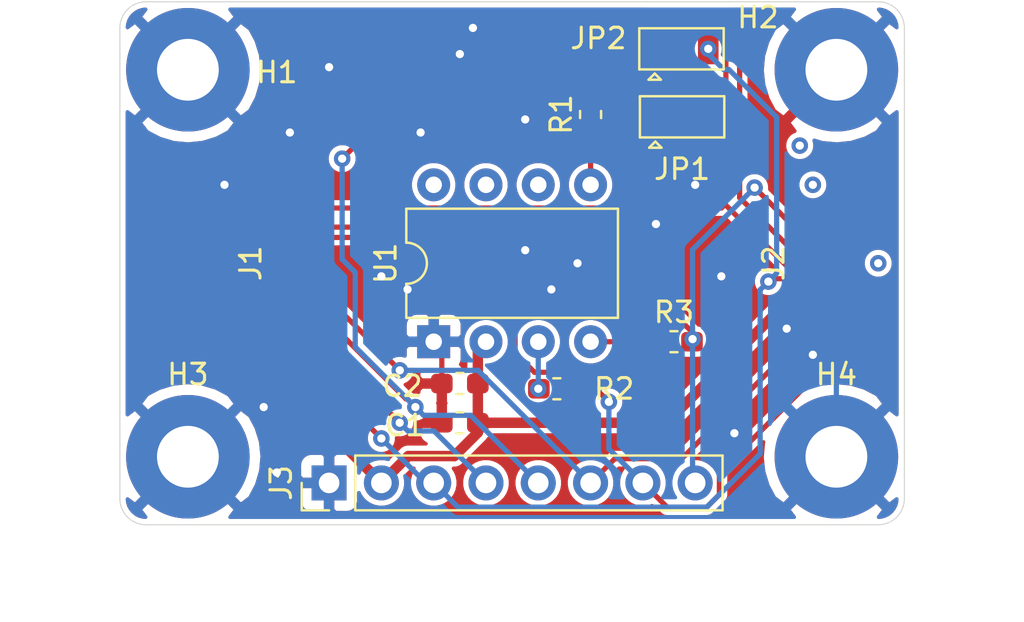
<source format=kicad_pcb>
(kicad_pcb (version 20171130) (host pcbnew 5.1.5)

  (general
    (thickness 1.6)
    (drawings 12)
    (tracks 180)
    (zones 0)
    (modules 15)
    (nets 14)
  )

  (page A4)
  (layers
    (0 F.Cu signal)
    (31 B.Cu signal)
    (32 B.Adhes user)
    (33 F.Adhes user)
    (34 B.Paste user)
    (35 F.Paste user)
    (36 B.SilkS user)
    (37 F.SilkS user)
    (38 B.Mask user)
    (39 F.Mask user)
    (40 Dwgs.User user)
    (41 Cmts.User user)
    (42 Eco1.User user)
    (43 Eco2.User user)
    (44 Edge.Cuts user)
    (45 Margin user)
    (46 B.CrtYd user)
    (47 F.CrtYd user)
    (48 B.Fab user)
    (49 F.Fab user)
  )

  (setup
    (last_trace_width 0.254)
    (user_trace_width 0.254)
    (user_trace_width 0.508)
    (trace_clearance 0.2)
    (zone_clearance 0.508)
    (zone_45_only no)
    (trace_min 0.2)
    (via_size 0.8)
    (via_drill 0.4)
    (via_min_size 0.4)
    (via_min_drill 0.3)
    (uvia_size 0.3)
    (uvia_drill 0.1)
    (uvias_allowed no)
    (uvia_min_size 0.2)
    (uvia_min_drill 0.1)
    (edge_width 0.05)
    (segment_width 0.2)
    (pcb_text_width 0.3)
    (pcb_text_size 1.5 1.5)
    (mod_edge_width 0.12)
    (mod_text_size 1 1)
    (mod_text_width 0.15)
    (pad_size 6.000001 6.000001)
    (pad_drill 2.999999)
    (pad_to_mask_clearance 0.051)
    (solder_mask_min_width 0.25)
    (aux_axis_origin 0 0)
    (visible_elements FFFFFF7F)
    (pcbplotparams
      (layerselection 0x010fc_ffffffff)
      (usegerberextensions false)
      (usegerberattributes false)
      (usegerberadvancedattributes false)
      (creategerberjobfile false)
      (excludeedgelayer true)
      (linewidth 0.100000)
      (plotframeref false)
      (viasonmask false)
      (mode 1)
      (useauxorigin false)
      (hpglpennumber 1)
      (hpglpenspeed 20)
      (hpglpendiameter 15.000000)
      (psnegative false)
      (psa4output false)
      (plotreference true)
      (plotvalue true)
      (plotinvisibletext false)
      (padsonsilk false)
      (subtractmaskfromsilk false)
      (outputformat 1)
      (mirror false)
      (drillshape 1)
      (scaleselection 1)
      (outputdirectory ""))
  )

  (net 0 "")
  (net 1 VDD)
  (net 2 GND)
  (net 3 D2)
  (net 4 D1)
  (net 5 nCS)
  (net 6 MOSI)
  (net 7 MISO)
  (net 8 SCLK)
  (net 9 dnCS)
  (net 10 "Net-(JP1-Pad3)")
  (net 11 rnCS)
  (net 12 rMISO)
  (net 13 rSCLK)

  (net_class Default "This is the default net class."
    (clearance 0.2)
    (trace_width 0.25)
    (via_dia 0.8)
    (via_drill 0.4)
    (uvia_dia 0.3)
    (uvia_drill 0.1)
    (add_net D1)
    (add_net D2)
    (add_net GND)
    (add_net MISO)
    (add_net MOSI)
    (add_net "Net-(JP1-Pad3)")
    (add_net SCLK)
    (add_net VDD)
    (add_net dnCS)
    (add_net nCS)
    (add_net rMISO)
    (add_net rSCLK)
    (add_net rnCS)
  )

  (module MountingHole:MountingHole_3mm_Pad (layer F.Cu) (tedit 5E4CA25C) (tstamp 5E4CFBC4)
    (at 130.048 22.352)
    (descr "Mounting Hole 3mm")
    (tags "mounting hole 3mm")
    (attr virtual)
    (fp_text reference H2 (at -3.81 -2.54) (layer F.SilkS)
      (effects (font (size 1 1) (thickness 0.15)))
    )
    (fp_text value MountingHole_3mm_Pad (at 0 4) (layer F.Fab)
      (effects (font (size 1 1) (thickness 0.15)))
    )
    (fp_circle (center 0 0) (end 3.25 0) (layer F.CrtYd) (width 0.05))
    (fp_circle (center 0 0) (end 3 0) (layer Cmts.User) (width 0.15))
    (fp_text user %R (at 0.3 0) (layer F.Fab)
      (effects (font (size 1 1) (thickness 0.15)))
    )
    (pad 1 thru_hole circle (at 0 0) (size 6.000001 6.000001) (drill 2.999999) (layers *.Cu *.Mask)
      (net 2 GND))
  )

  (module MountingHole:MountingHole_3mm_Pad (layer F.Cu) (tedit 5E4CA255) (tstamp 5E4CFB76)
    (at 98.552 22.352)
    (descr "Mounting Hole 3mm")
    (tags "mounting hole 3mm")
    (attr virtual)
    (fp_text reference H1 (at 4.318 0.127) (layer F.SilkS)
      (effects (font (size 1 1) (thickness 0.15)))
    )
    (fp_text value MountingHole_3mm_Pad (at 0 4) (layer F.Fab)
      (effects (font (size 1 1) (thickness 0.15)))
    )
    (fp_circle (center 0 0) (end 3.25 0) (layer F.CrtYd) (width 0.05))
    (fp_circle (center 0 0) (end 3 0) (layer Cmts.User) (width 0.15))
    (fp_text user %R (at 0.3 0) (layer F.Fab)
      (effects (font (size 1 1) (thickness 0.15)))
    )
    (pad 1 thru_hole circle (at 0 0) (size 6.000001 6.000001) (drill 2.999999) (layers *.Cu *.Mask)
      (net 2 GND))
  )

  (module MountingHole:MountingHole_3mm_Pad (layer F.Cu) (tedit 5E4CA24D) (tstamp 5E4CFB28)
    (at 98.552 41.148)
    (descr "Mounting Hole 3mm")
    (tags "mounting hole 3mm")
    (attr virtual)
    (fp_text reference H3 (at 0 -4) (layer F.SilkS)
      (effects (font (size 1 1) (thickness 0.15)))
    )
    (fp_text value MountingHole_3mm_Pad (at 0 4) (layer F.Fab)
      (effects (font (size 1 1) (thickness 0.15)))
    )
    (fp_circle (center 0 0) (end 3.25 0) (layer F.CrtYd) (width 0.05))
    (fp_circle (center 0 0) (end 3 0) (layer Cmts.User) (width 0.15))
    (fp_text user %R (at 0.3 0) (layer F.Fab)
      (effects (font (size 1 1) (thickness 0.15)))
    )
    (pad 1 thru_hole circle (at 0 0) (size 6.000001 6.000001) (drill 2.999999) (layers *.Cu *.Mask)
      (net 2 GND))
  )

  (module MountingHole:MountingHole_3mm_Pad (layer F.Cu) (tedit 5E4CA263) (tstamp 5E4CFAC5)
    (at 130.048 41.148)
    (descr "Mounting Hole 3mm")
    (tags "mounting hole 3mm")
    (attr virtual)
    (fp_text reference H4 (at 0 -4) (layer F.SilkS)
      (effects (font (size 1 1) (thickness 0.15)))
    )
    (fp_text value MountingHole_3mm_Pad (at 0 4) (layer F.Fab)
      (effects (font (size 1 1) (thickness 0.15)))
    )
    (fp_circle (center 0 0) (end 3.25 0) (layer F.CrtYd) (width 0.05))
    (fp_circle (center 0 0) (end 3 0) (layer Cmts.User) (width 0.15))
    (fp_text user %R (at 0.3 0) (layer F.Fab)
      (effects (font (size 1 1) (thickness 0.15)))
    )
    (pad 1 thru_hole circle (at 0 0) (size 6.000001 6.000001) (drill 2.999999) (layers *.Cu *.Mask)
      (net 2 GND))
  )

  (module Package_DIP:DIP-8_W7.62mm (layer F.Cu) (tedit 5A02E8C5) (tstamp 5E4CF0C7)
    (at 110.49 35.56 90)
    (descr "8-lead though-hole mounted DIP package, row spacing 7.62 mm (300 mils)")
    (tags "THT DIP DIL PDIP 2.54mm 7.62mm 300mil")
    (path /5E4C9CD6)
    (fp_text reference U1 (at 3.81 -2.33 90) (layer F.SilkS)
      (effects (font (size 1 1) (thickness 0.15)))
    )
    (fp_text value HSCSPI (at 3.81 9.95 90) (layer F.Fab)
      (effects (font (size 1 1) (thickness 0.15)))
    )
    (fp_text user %R (at 3.81 3.81 90) (layer F.Fab)
      (effects (font (size 1 1) (thickness 0.15)))
    )
    (fp_line (start 8.7 -1.55) (end -1.1 -1.55) (layer F.CrtYd) (width 0.05))
    (fp_line (start 8.7 9.15) (end 8.7 -1.55) (layer F.CrtYd) (width 0.05))
    (fp_line (start -1.1 9.15) (end 8.7 9.15) (layer F.CrtYd) (width 0.05))
    (fp_line (start -1.1 -1.55) (end -1.1 9.15) (layer F.CrtYd) (width 0.05))
    (fp_line (start 6.46 -1.33) (end 4.81 -1.33) (layer F.SilkS) (width 0.12))
    (fp_line (start 6.46 8.95) (end 6.46 -1.33) (layer F.SilkS) (width 0.12))
    (fp_line (start 1.16 8.95) (end 6.46 8.95) (layer F.SilkS) (width 0.12))
    (fp_line (start 1.16 -1.33) (end 1.16 8.95) (layer F.SilkS) (width 0.12))
    (fp_line (start 2.81 -1.33) (end 1.16 -1.33) (layer F.SilkS) (width 0.12))
    (fp_line (start 0.635 -0.27) (end 1.635 -1.27) (layer F.Fab) (width 0.1))
    (fp_line (start 0.635 8.89) (end 0.635 -0.27) (layer F.Fab) (width 0.1))
    (fp_line (start 6.985 8.89) (end 0.635 8.89) (layer F.Fab) (width 0.1))
    (fp_line (start 6.985 -1.27) (end 6.985 8.89) (layer F.Fab) (width 0.1))
    (fp_line (start 1.635 -1.27) (end 6.985 -1.27) (layer F.Fab) (width 0.1))
    (fp_arc (start 3.81 -1.33) (end 2.81 -1.33) (angle -180) (layer F.SilkS) (width 0.12))
    (pad 8 thru_hole oval (at 7.62 0 90) (size 1.6 1.6) (drill 0.8) (layers *.Cu *.Mask))
    (pad 4 thru_hole oval (at 0 7.62 90) (size 1.6 1.6) (drill 0.8) (layers *.Cu *.Mask)
      (net 13 rSCLK))
    (pad 7 thru_hole oval (at 7.62 2.54 90) (size 1.6 1.6) (drill 0.8) (layers *.Cu *.Mask))
    (pad 3 thru_hole oval (at 0 5.08 90) (size 1.6 1.6) (drill 0.8) (layers *.Cu *.Mask)
      (net 12 rMISO))
    (pad 6 thru_hole oval (at 7.62 5.08 90) (size 1.6 1.6) (drill 0.8) (layers *.Cu *.Mask))
    (pad 2 thru_hole oval (at 0 2.54 90) (size 1.6 1.6) (drill 0.8) (layers *.Cu *.Mask)
      (net 1 VDD))
    (pad 5 thru_hole oval (at 7.62 7.62 90) (size 1.6 1.6) (drill 0.8) (layers *.Cu *.Mask)
      (net 11 rnCS))
    (pad 1 thru_hole rect (at 0 0 90) (size 1.6 1.6) (drill 0.8) (layers *.Cu *.Mask)
      (net 2 GND))
    (model ${KISYS3DMOD}/Package_DIP.3dshapes/DIP-8_W7.62mm.wrl
      (at (xyz 0 0 0))
      (scale (xyz 1 1 1))
      (rotate (xyz 0 0 0))
    )
  )

  (module Resistor_SMD:R_0603_1608Metric_Pad1.05x0.95mm_HandSolder (layer F.Cu) (tedit 5B301BBD) (tstamp 5E4CF0AB)
    (at 122.16 35.56)
    (descr "Resistor SMD 0603 (1608 Metric), square (rectangular) end terminal, IPC_7351 nominal with elongated pad for handsoldering. (Body size source: http://www.tortai-tech.com/upload/download/2011102023233369053.pdf), generated with kicad-footprint-generator")
    (tags "resistor handsolder")
    (path /5E4EC420)
    (attr smd)
    (fp_text reference R3 (at 0 -1.43) (layer F.SilkS)
      (effects (font (size 1 1) (thickness 0.15)))
    )
    (fp_text value R_Small (at 0 1.43) (layer F.Fab)
      (effects (font (size 1 1) (thickness 0.15)))
    )
    (fp_text user %R (at 0 0) (layer F.Fab)
      (effects (font (size 0.4 0.4) (thickness 0.06)))
    )
    (fp_line (start 1.65 0.73) (end -1.65 0.73) (layer F.CrtYd) (width 0.05))
    (fp_line (start 1.65 -0.73) (end 1.65 0.73) (layer F.CrtYd) (width 0.05))
    (fp_line (start -1.65 -0.73) (end 1.65 -0.73) (layer F.CrtYd) (width 0.05))
    (fp_line (start -1.65 0.73) (end -1.65 -0.73) (layer F.CrtYd) (width 0.05))
    (fp_line (start -0.171267 0.51) (end 0.171267 0.51) (layer F.SilkS) (width 0.12))
    (fp_line (start -0.171267 -0.51) (end 0.171267 -0.51) (layer F.SilkS) (width 0.12))
    (fp_line (start 0.8 0.4) (end -0.8 0.4) (layer F.Fab) (width 0.1))
    (fp_line (start 0.8 -0.4) (end 0.8 0.4) (layer F.Fab) (width 0.1))
    (fp_line (start -0.8 -0.4) (end 0.8 -0.4) (layer F.Fab) (width 0.1))
    (fp_line (start -0.8 0.4) (end -0.8 -0.4) (layer F.Fab) (width 0.1))
    (pad 2 smd roundrect (at 0.875 0) (size 1.05 0.95) (layers F.Cu F.Paste F.Mask) (roundrect_rratio 0.25)
      (net 8 SCLK))
    (pad 1 smd roundrect (at -0.875 0) (size 1.05 0.95) (layers F.Cu F.Paste F.Mask) (roundrect_rratio 0.25)
      (net 13 rSCLK))
    (model ${KISYS3DMOD}/Resistor_SMD.3dshapes/R_0603_1608Metric.wrl
      (at (xyz 0 0 0))
      (scale (xyz 1 1 1))
      (rotate (xyz 0 0 0))
    )
  )

  (module Resistor_SMD:R_0603_1608Metric_Pad1.05x0.95mm_HandSolder (layer F.Cu) (tedit 5B301BBD) (tstamp 5E4CF09A)
    (at 116.473 37.846)
    (descr "Resistor SMD 0603 (1608 Metric), square (rectangular) end terminal, IPC_7351 nominal with elongated pad for handsoldering. (Body size source: http://www.tortai-tech.com/upload/download/2011102023233369053.pdf), generated with kicad-footprint-generator")
    (tags "resistor handsolder")
    (path /5E4EC154)
    (attr smd)
    (fp_text reference R2 (at 2.78 0) (layer F.SilkS)
      (effects (font (size 1 1) (thickness 0.15)))
    )
    (fp_text value R_Small (at 0 1.43) (layer F.Fab)
      (effects (font (size 1 1) (thickness 0.15)))
    )
    (fp_text user %R (at 0 0) (layer F.Fab)
      (effects (font (size 0.4 0.4) (thickness 0.06)))
    )
    (fp_line (start 1.65 0.73) (end -1.65 0.73) (layer F.CrtYd) (width 0.05))
    (fp_line (start 1.65 -0.73) (end 1.65 0.73) (layer F.CrtYd) (width 0.05))
    (fp_line (start -1.65 -0.73) (end 1.65 -0.73) (layer F.CrtYd) (width 0.05))
    (fp_line (start -1.65 0.73) (end -1.65 -0.73) (layer F.CrtYd) (width 0.05))
    (fp_line (start -0.171267 0.51) (end 0.171267 0.51) (layer F.SilkS) (width 0.12))
    (fp_line (start -0.171267 -0.51) (end 0.171267 -0.51) (layer F.SilkS) (width 0.12))
    (fp_line (start 0.8 0.4) (end -0.8 0.4) (layer F.Fab) (width 0.1))
    (fp_line (start 0.8 -0.4) (end 0.8 0.4) (layer F.Fab) (width 0.1))
    (fp_line (start -0.8 -0.4) (end 0.8 -0.4) (layer F.Fab) (width 0.1))
    (fp_line (start -0.8 0.4) (end -0.8 -0.4) (layer F.Fab) (width 0.1))
    (pad 2 smd roundrect (at 0.875 0) (size 1.05 0.95) (layers F.Cu F.Paste F.Mask) (roundrect_rratio 0.25)
      (net 7 MISO))
    (pad 1 smd roundrect (at -0.875 0) (size 1.05 0.95) (layers F.Cu F.Paste F.Mask) (roundrect_rratio 0.25)
      (net 12 rMISO))
    (model ${KISYS3DMOD}/Resistor_SMD.3dshapes/R_0603_1608Metric.wrl
      (at (xyz 0 0 0))
      (scale (xyz 1 1 1))
      (rotate (xyz 0 0 0))
    )
  )

  (module Resistor_SMD:R_0603_1608Metric_Pad1.05x0.95mm_HandSolder (layer F.Cu) (tedit 5B301BBD) (tstamp 5E4CF089)
    (at 118.11 24.525 90)
    (descr "Resistor SMD 0603 (1608 Metric), square (rectangular) end terminal, IPC_7351 nominal with elongated pad for handsoldering. (Body size source: http://www.tortai-tech.com/upload/download/2011102023233369053.pdf), generated with kicad-footprint-generator")
    (tags "resistor handsolder")
    (path /5E4EB53B)
    (attr smd)
    (fp_text reference R1 (at 0 -1.43 90) (layer F.SilkS)
      (effects (font (size 1 1) (thickness 0.15)))
    )
    (fp_text value R_Small (at 0 1.43 90) (layer F.Fab)
      (effects (font (size 1 1) (thickness 0.15)))
    )
    (fp_text user %R (at 0 0 90) (layer F.Fab)
      (effects (font (size 0.4 0.4) (thickness 0.06)))
    )
    (fp_line (start 1.65 0.73) (end -1.65 0.73) (layer F.CrtYd) (width 0.05))
    (fp_line (start 1.65 -0.73) (end 1.65 0.73) (layer F.CrtYd) (width 0.05))
    (fp_line (start -1.65 -0.73) (end 1.65 -0.73) (layer F.CrtYd) (width 0.05))
    (fp_line (start -1.65 0.73) (end -1.65 -0.73) (layer F.CrtYd) (width 0.05))
    (fp_line (start -0.171267 0.51) (end 0.171267 0.51) (layer F.SilkS) (width 0.12))
    (fp_line (start -0.171267 -0.51) (end 0.171267 -0.51) (layer F.SilkS) (width 0.12))
    (fp_line (start 0.8 0.4) (end -0.8 0.4) (layer F.Fab) (width 0.1))
    (fp_line (start 0.8 -0.4) (end 0.8 0.4) (layer F.Fab) (width 0.1))
    (fp_line (start -0.8 -0.4) (end 0.8 -0.4) (layer F.Fab) (width 0.1))
    (fp_line (start -0.8 0.4) (end -0.8 -0.4) (layer F.Fab) (width 0.1))
    (pad 2 smd roundrect (at 0.875 0 90) (size 1.05 0.95) (layers F.Cu F.Paste F.Mask) (roundrect_rratio 0.25)
      (net 9 dnCS))
    (pad 1 smd roundrect (at -0.875 0 90) (size 1.05 0.95) (layers F.Cu F.Paste F.Mask) (roundrect_rratio 0.25)
      (net 11 rnCS))
    (model ${KISYS3DMOD}/Resistor_SMD.3dshapes/R_0603_1608Metric.wrl
      (at (xyz 0 0 0))
      (scale (xyz 1 1 1))
      (rotate (xyz 0 0 0))
    )
  )

  (module Jumper:SolderJumper-3_P1.3mm_Open_Pad1.0x1.5mm (layer F.Cu) (tedit 5A3F8BB2) (tstamp 5E4CF7DF)
    (at 122.525 21.336)
    (descr "SMD Solder 3-pad Jumper, 1x1.5mm Pads, 0.3mm gap, open")
    (tags "solder jumper open")
    (path /5E4F00F3)
    (attr virtual)
    (fp_text reference JP2 (at -4.034 -0.508) (layer F.SilkS)
      (effects (font (size 1 1) (thickness 0.15)))
    )
    (fp_text value SolderJumper_3_Open (at 0 2) (layer F.Fab)
      (effects (font (size 1 1) (thickness 0.15)))
    )
    (fp_line (start 2.3 1.25) (end -2.3 1.25) (layer F.CrtYd) (width 0.05))
    (fp_line (start 2.3 1.25) (end 2.3 -1.25) (layer F.CrtYd) (width 0.05))
    (fp_line (start -2.3 -1.25) (end -2.3 1.25) (layer F.CrtYd) (width 0.05))
    (fp_line (start -2.3 -1.25) (end 2.3 -1.25) (layer F.CrtYd) (width 0.05))
    (fp_line (start -2.05 -1) (end 2.05 -1) (layer F.SilkS) (width 0.12))
    (fp_line (start 2.05 -1) (end 2.05 1) (layer F.SilkS) (width 0.12))
    (fp_line (start 2.05 1) (end -2.05 1) (layer F.SilkS) (width 0.12))
    (fp_line (start -2.05 1) (end -2.05 -1) (layer F.SilkS) (width 0.12))
    (fp_line (start -1.3 1.2) (end -1.6 1.5) (layer F.SilkS) (width 0.12))
    (fp_line (start -1.6 1.5) (end -1 1.5) (layer F.SilkS) (width 0.12))
    (fp_line (start -1.3 1.2) (end -1 1.5) (layer F.SilkS) (width 0.12))
    (pad 1 smd rect (at -1.3 0) (size 1 1.5) (layers F.Cu F.Mask)
      (net 4 D1))
    (pad 2 smd rect (at 0 0) (size 1 1.5) (layers F.Cu F.Mask)
      (net 10 "Net-(JP1-Pad3)"))
    (pad 3 smd rect (at 1.3 0) (size 1 1.5) (layers F.Cu F.Mask)
      (net 3 D2))
  )

  (module Jumper:SolderJumper-3_P1.3mm_Bridged2Bar12_Pad1.0x1.5mm (layer F.Cu) (tedit 5C756AFF) (tstamp 5E4CF066)
    (at 122.555 24.638)
    (descr "SMD Solder 3-pad Jumper, 1x1.5mm Pads, 0.3mm gap, pads 1-2 Bridged2Bar with 2 copper strip")
    (tags "solder jumper open")
    (path /5E4F0AE0)
    (attr virtual)
    (fp_text reference JP1 (at 0 2.54) (layer F.SilkS)
      (effects (font (size 1 1) (thickness 0.15)))
    )
    (fp_text value SolderJumper_3_Bridged12 (at 0 2) (layer F.Fab)
      (effects (font (size 1 1) (thickness 0.15)))
    )
    (fp_poly (pts (xy -0.9 0.2) (xy -0.4 0.2) (xy -0.4 0.6) (xy -0.9 0.6)) (layer F.Cu) (width 0))
    (fp_poly (pts (xy -0.9 -0.6) (xy -0.4 -0.6) (xy -0.4 -0.2) (xy -0.9 -0.2)) (layer F.Cu) (width 0))
    (fp_line (start 2.3 1.25) (end -2.3 1.25) (layer F.CrtYd) (width 0.05))
    (fp_line (start 2.3 1.25) (end 2.3 -1.25) (layer F.CrtYd) (width 0.05))
    (fp_line (start -2.3 -1.25) (end -2.3 1.25) (layer F.CrtYd) (width 0.05))
    (fp_line (start -2.3 -1.25) (end 2.3 -1.25) (layer F.CrtYd) (width 0.05))
    (fp_line (start -2.05 -1) (end 2.05 -1) (layer F.SilkS) (width 0.12))
    (fp_line (start 2.05 -1) (end 2.05 1) (layer F.SilkS) (width 0.12))
    (fp_line (start 2.05 1) (end -2.05 1) (layer F.SilkS) (width 0.12))
    (fp_line (start -2.05 1) (end -2.05 -1) (layer F.SilkS) (width 0.12))
    (fp_line (start -1.3 1.2) (end -1.6 1.5) (layer F.SilkS) (width 0.12))
    (fp_line (start -1.6 1.5) (end -1 1.5) (layer F.SilkS) (width 0.12))
    (fp_line (start -1.3 1.2) (end -1 1.5) (layer F.SilkS) (width 0.12))
    (pad 2 smd rect (at 0 0) (size 1 1.5) (layers F.Cu F.Mask)
      (net 9 dnCS))
    (pad 3 smd rect (at 1.3 0) (size 1 1.5) (layers F.Cu F.Mask)
      (net 10 "Net-(JP1-Pad3)"))
    (pad 1 smd rect (at -1.3 0) (size 1 1.5) (layers F.Cu F.Mask)
      (net 5 nCS))
  )

  (module Connector_PinHeader_2.54mm:PinHeader_1x08_P2.54mm_Vertical (layer F.Cu) (tedit 59FED5CC) (tstamp 5E4CF052)
    (at 105.41 42.418 90)
    (descr "Through hole straight pin header, 1x08, 2.54mm pitch, single row")
    (tags "Through hole pin header THT 1x08 2.54mm single row")
    (path /5E4D77CD)
    (fp_text reference J3 (at 0 -2.33 90) (layer F.SilkS)
      (effects (font (size 1 1) (thickness 0.15)))
    )
    (fp_text value Conn_01x08_Male (at 0 20.11 90) (layer F.Fab)
      (effects (font (size 1 1) (thickness 0.15)))
    )
    (fp_text user %R (at 0 8.89) (layer F.Fab)
      (effects (font (size 1 1) (thickness 0.15)))
    )
    (fp_line (start 1.8 -1.8) (end -1.8 -1.8) (layer F.CrtYd) (width 0.05))
    (fp_line (start 1.8 19.55) (end 1.8 -1.8) (layer F.CrtYd) (width 0.05))
    (fp_line (start -1.8 19.55) (end 1.8 19.55) (layer F.CrtYd) (width 0.05))
    (fp_line (start -1.8 -1.8) (end -1.8 19.55) (layer F.CrtYd) (width 0.05))
    (fp_line (start -1.33 -1.33) (end 0 -1.33) (layer F.SilkS) (width 0.12))
    (fp_line (start -1.33 0) (end -1.33 -1.33) (layer F.SilkS) (width 0.12))
    (fp_line (start -1.33 1.27) (end 1.33 1.27) (layer F.SilkS) (width 0.12))
    (fp_line (start 1.33 1.27) (end 1.33 19.11) (layer F.SilkS) (width 0.12))
    (fp_line (start -1.33 1.27) (end -1.33 19.11) (layer F.SilkS) (width 0.12))
    (fp_line (start -1.33 19.11) (end 1.33 19.11) (layer F.SilkS) (width 0.12))
    (fp_line (start -1.27 -0.635) (end -0.635 -1.27) (layer F.Fab) (width 0.1))
    (fp_line (start -1.27 19.05) (end -1.27 -0.635) (layer F.Fab) (width 0.1))
    (fp_line (start 1.27 19.05) (end -1.27 19.05) (layer F.Fab) (width 0.1))
    (fp_line (start 1.27 -1.27) (end 1.27 19.05) (layer F.Fab) (width 0.1))
    (fp_line (start -0.635 -1.27) (end 1.27 -1.27) (layer F.Fab) (width 0.1))
    (pad 8 thru_hole oval (at 0 17.78 90) (size 1.7 1.7) (drill 1) (layers *.Cu *.Mask)
      (net 8 SCLK))
    (pad 7 thru_hole oval (at 0 15.24 90) (size 1.7 1.7) (drill 1) (layers *.Cu *.Mask)
      (net 7 MISO))
    (pad 6 thru_hole oval (at 0 12.7 90) (size 1.7 1.7) (drill 1) (layers *.Cu *.Mask)
      (net 6 MOSI))
    (pad 5 thru_hole oval (at 0 10.16 90) (size 1.7 1.7) (drill 1) (layers *.Cu *.Mask)
      (net 5 nCS))
    (pad 4 thru_hole oval (at 0 7.62 90) (size 1.7 1.7) (drill 1) (layers *.Cu *.Mask)
      (net 4 D1))
    (pad 3 thru_hole oval (at 0 5.08 90) (size 1.7 1.7) (drill 1) (layers *.Cu *.Mask)
      (net 3 D2))
    (pad 2 thru_hole oval (at 0 2.54 90) (size 1.7 1.7) (drill 1) (layers *.Cu *.Mask)
      (net 1 VDD))
    (pad 1 thru_hole rect (at 0 0 90) (size 1.7 1.7) (drill 1) (layers *.Cu *.Mask)
      (net 2 GND))
    (model ${KISYS3DMOD}/Connector_PinHeader_2.54mm.3dshapes/PinHeader_1x08_P2.54mm_Vertical.wrl
      (at (xyz 0 0 0))
      (scale (xyz 1 1 1))
      (rotate (xyz 0 0 0))
    )
  )

  (module stuff:505110-0892 (layer F.Cu) (tedit 5DDF0F7D) (tstamp 5E4CF582)
    (at 129.54 31.75 90)
    (path /5E4CC615)
    (fp_text reference J2 (at 0 -2.54 90) (layer F.SilkS)
      (effects (font (size 1 1) (thickness 0.15)))
    )
    (fp_text value Conn_01x08 (at 0 -2.54 90) (layer F.Fab)
      (effects (font (size 1 1) (thickness 0.15)))
    )
    (pad 9 smd rect (at 4.05 2.2 90) (size 2 1.3) (layers F.Cu F.Paste F.Mask))
    (pad 9 smd rect (at -4.05 2.2 90) (size 2 1.3) (layers F.Cu F.Paste F.Mask))
    (pad 8 smd rect (at 1.75 -0.5 90) (size 0.3 1) (layers F.Cu F.Paste F.Mask)
      (net 8 SCLK))
    (pad 7 smd rect (at 1.25 -0.5 90) (size 0.3 1) (layers F.Cu F.Paste F.Mask)
      (net 7 MISO))
    (pad 6 smd rect (at 0.75 -0.5 90) (size 0.3 1) (layers F.Cu F.Paste F.Mask)
      (net 6 MOSI))
    (pad 5 smd rect (at 0.25 -0.5 90) (size 0.3 1) (layers F.Cu F.Paste F.Mask)
      (net 5 nCS))
    (pad 4 smd rect (at -0.25 -0.5 90) (size 0.3 1) (layers F.Cu F.Paste F.Mask)
      (net 4 D1))
    (pad 3 smd rect (at -0.75 -0.5 90) (size 0.3 1) (layers F.Cu F.Paste F.Mask)
      (net 3 D2))
    (pad 2 smd rect (at -1.25 -0.5 90) (size 0.3 1) (layers F.Cu F.Paste F.Mask)
      (net 1 VDD))
    (pad 1 smd rect (at -1.75 -0.5 90) (size 0.3 1) (layers F.Cu F.Paste F.Mask)
      (net 2 GND))
  )

  (module stuff:505110-0892 (layer F.Cu) (tedit 5DDF0F7D) (tstamp 5E4CF4FF)
    (at 99.195 31.746 270)
    (path /5E4CB9FD)
    (fp_text reference J1 (at 0.004 -2.405 90) (layer F.SilkS)
      (effects (font (size 1 1) (thickness 0.15)))
    )
    (fp_text value Conn_01x08 (at 0 -2.54 90) (layer F.Fab)
      (effects (font (size 1 1) (thickness 0.15)))
    )
    (pad 9 smd rect (at 4.05 2.2 270) (size 2 1.3) (layers F.Cu F.Paste F.Mask))
    (pad 9 smd rect (at -4.05 2.2 270) (size 2 1.3) (layers F.Cu F.Paste F.Mask))
    (pad 8 smd rect (at 1.75 -0.5 270) (size 0.3 1) (layers F.Cu F.Paste F.Mask)
      (net 2 GND))
    (pad 7 smd rect (at 1.25 -0.5 270) (size 0.3 1) (layers F.Cu F.Paste F.Mask)
      (net 1 VDD))
    (pad 6 smd rect (at 0.75 -0.5 270) (size 0.3 1) (layers F.Cu F.Paste F.Mask)
      (net 3 D2))
    (pad 5 smd rect (at 0.25 -0.5 270) (size 0.3 1) (layers F.Cu F.Paste F.Mask)
      (net 4 D1))
    (pad 4 smd rect (at -0.25 -0.5 270) (size 0.3 1) (layers F.Cu F.Paste F.Mask)
      (net 5 nCS))
    (pad 3 smd rect (at -0.75 -0.5 270) (size 0.3 1) (layers F.Cu F.Paste F.Mask)
      (net 6 MOSI))
    (pad 2 smd rect (at -1.25 -0.5 270) (size 0.3 1) (layers F.Cu F.Paste F.Mask)
      (net 7 MISO))
    (pad 1 smd rect (at -1.75 -0.5 270) (size 0.3 1) (layers F.Cu F.Paste F.Mask)
      (net 8 SCLK))
  )

  (module Capacitor_SMD:C_0603_1608Metric_Pad1.05x0.95mm_HandSolder (layer F.Cu) (tedit 5B301BBE) (tstamp 5E4CF01A)
    (at 111.76 37.592)
    (descr "Capacitor SMD 0603 (1608 Metric), square (rectangular) end terminal, IPC_7351 nominal with elongated pad for handsoldering. (Body size source: http://www.tortai-tech.com/upload/download/2011102023233369053.pdf), generated with kicad-footprint-generator")
    (tags "capacitor handsolder")
    (path /5E4E0E6F)
    (attr smd)
    (fp_text reference C2 (at -2.794 0.127) (layer F.SilkS)
      (effects (font (size 1 1) (thickness 0.15)))
    )
    (fp_text value 0.1u (at 0 1.43) (layer F.Fab)
      (effects (font (size 1 1) (thickness 0.15)))
    )
    (fp_text user %R (at 0 0) (layer F.Fab)
      (effects (font (size 0.4 0.4) (thickness 0.06)))
    )
    (fp_line (start 1.65 0.73) (end -1.65 0.73) (layer F.CrtYd) (width 0.05))
    (fp_line (start 1.65 -0.73) (end 1.65 0.73) (layer F.CrtYd) (width 0.05))
    (fp_line (start -1.65 -0.73) (end 1.65 -0.73) (layer F.CrtYd) (width 0.05))
    (fp_line (start -1.65 0.73) (end -1.65 -0.73) (layer F.CrtYd) (width 0.05))
    (fp_line (start -0.171267 0.51) (end 0.171267 0.51) (layer F.SilkS) (width 0.12))
    (fp_line (start -0.171267 -0.51) (end 0.171267 -0.51) (layer F.SilkS) (width 0.12))
    (fp_line (start 0.8 0.4) (end -0.8 0.4) (layer F.Fab) (width 0.1))
    (fp_line (start 0.8 -0.4) (end 0.8 0.4) (layer F.Fab) (width 0.1))
    (fp_line (start -0.8 -0.4) (end 0.8 -0.4) (layer F.Fab) (width 0.1))
    (fp_line (start -0.8 0.4) (end -0.8 -0.4) (layer F.Fab) (width 0.1))
    (pad 2 smd roundrect (at 0.875 0) (size 1.05 0.95) (layers F.Cu F.Paste F.Mask) (roundrect_rratio 0.25)
      (net 1 VDD))
    (pad 1 smd roundrect (at -0.875 0) (size 1.05 0.95) (layers F.Cu F.Paste F.Mask) (roundrect_rratio 0.25)
      (net 2 GND))
    (model ${KISYS3DMOD}/Capacitor_SMD.3dshapes/C_0603_1608Metric.wrl
      (at (xyz 0 0 0))
      (scale (xyz 1 1 1))
      (rotate (xyz 0 0 0))
    )
  )

  (module Capacitor_SMD:C_0603_1608Metric_Pad1.05x0.95mm_HandSolder (layer F.Cu) (tedit 5B301BBE) (tstamp 5E4CF6DE)
    (at 111.76 39.497)
    (descr "Capacitor SMD 0603 (1608 Metric), square (rectangular) end terminal, IPC_7351 nominal with elongated pad for handsoldering. (Body size source: http://www.tortai-tech.com/upload/download/2011102023233369053.pdf), generated with kicad-footprint-generator")
    (tags "capacitor handsolder")
    (path /5E4E1537)
    (attr smd)
    (fp_text reference C1 (at -2.667 0.127) (layer F.SilkS)
      (effects (font (size 1 1) (thickness 0.15)))
    )
    (fp_text value 1u (at 0 1.43) (layer F.Fab)
      (effects (font (size 1 1) (thickness 0.15)))
    )
    (fp_text user %R (at 0 0) (layer F.Fab)
      (effects (font (size 0.4 0.4) (thickness 0.06)))
    )
    (fp_line (start 1.65 0.73) (end -1.65 0.73) (layer F.CrtYd) (width 0.05))
    (fp_line (start 1.65 -0.73) (end 1.65 0.73) (layer F.CrtYd) (width 0.05))
    (fp_line (start -1.65 -0.73) (end 1.65 -0.73) (layer F.CrtYd) (width 0.05))
    (fp_line (start -1.65 0.73) (end -1.65 -0.73) (layer F.CrtYd) (width 0.05))
    (fp_line (start -0.171267 0.51) (end 0.171267 0.51) (layer F.SilkS) (width 0.12))
    (fp_line (start -0.171267 -0.51) (end 0.171267 -0.51) (layer F.SilkS) (width 0.12))
    (fp_line (start 0.8 0.4) (end -0.8 0.4) (layer F.Fab) (width 0.1))
    (fp_line (start 0.8 -0.4) (end 0.8 0.4) (layer F.Fab) (width 0.1))
    (fp_line (start -0.8 -0.4) (end 0.8 -0.4) (layer F.Fab) (width 0.1))
    (fp_line (start -0.8 0.4) (end -0.8 -0.4) (layer F.Fab) (width 0.1))
    (pad 2 smd roundrect (at 0.875 0) (size 1.05 0.95) (layers F.Cu F.Paste F.Mask) (roundrect_rratio 0.25)
      (net 1 VDD))
    (pad 1 smd roundrect (at -0.875 0) (size 1.05 0.95) (layers F.Cu F.Paste F.Mask) (roundrect_rratio 0.25)
      (net 2 GND))
    (model ${KISYS3DMOD}/Capacitor_SMD.3dshapes/C_0603_1608Metric.wrl
      (at (xyz 0 0 0))
      (scale (xyz 1 1 1))
      (rotate (xyz 0 0 0))
    )
  )

  (gr_line (start 95.25 43.18) (end 95.25 30.48) (layer Edge.Cuts) (width 0.05) (tstamp 5E4CF393))
  (gr_line (start 132.08 44.45) (end 96.52 44.45) (layer Edge.Cuts) (width 0.05) (tstamp 5E4CF392))
  (gr_line (start 133.35 43.18) (end 133.35 30.48) (layer Edge.Cuts) (width 0.05) (tstamp 5E4CF391))
  (gr_line (start 114.935 19.05) (end 115.57 19.05) (layer Edge.Cuts) (width 0.05) (tstamp 5E4CF390))
  (gr_line (start 96.52 19.05) (end 114.935 19.05) (layer Edge.Cuts) (width 0.05) (tstamp 5E4CF38B))
  (gr_arc (start 132.08 43.18) (end 132.08 44.45) (angle -90) (layer Edge.Cuts) (width 0.05))
  (gr_arc (start 96.52 20.32) (end 96.52 19.05) (angle -90) (layer Edge.Cuts) (width 0.05))
  (gr_arc (start 96.52 43.18) (end 95.25 43.18) (angle -90) (layer Edge.Cuts) (width 0.05))
  (gr_line (start 95.25 30.48) (end 95.25 20.32) (layer Edge.Cuts) (width 0.05) (tstamp 5E4CF2A4))
  (gr_line (start 133.35 20.32) (end 133.35 30.48) (layer Edge.Cuts) (width 0.05) (tstamp 5E4CF380))
  (gr_line (start 115.57 19.05) (end 132.08 19.05) (layer Edge.Cuts) (width 0.05) (tstamp 5E4CF386))
  (gr_arc (start 132.08 20.32) (end 133.35 20.32) (angle -90) (layer Edge.Cuts) (width 0.05) (tstamp 5E4CF37A))

  (via (at 132.08 31.75) (size 0.8) (drill 0.4) (layers F.Cu B.Cu) (net 0))
  (via (at 128.905 27.94) (size 0.8) (drill 0.4) (layers F.Cu B.Cu) (net 0))
  (via (at 128.27 26.035) (size 0.8) (drill 0.4) (layers F.Cu B.Cu) (net 0))
  (segment (start 100.449 32.996) (end 100.838 33.385) (width 0.254) (layer F.Cu) (net 1))
  (segment (start 99.695 32.996) (end 100.449 32.996) (width 0.254) (layer F.Cu) (net 1))
  (segment (start 128.286 33) (end 127.762 33.524) (width 0.254) (layer F.Cu) (net 1))
  (segment (start 129.04 33) (end 128.286 33) (width 0.254) (layer F.Cu) (net 1))
  (segment (start 100.838 35.306) (end 107.95 42.418) (width 0.508) (layer F.Cu) (net 1))
  (segment (start 100.838 33.385) (end 100.838 35.306) (width 0.508) (layer F.Cu) (net 1))
  (segment (start 112.635 39.972) (end 112.635 39.497) (width 0.508) (layer F.Cu) (net 1))
  (segment (start 111.493001 41.113999) (end 112.635 39.972) (width 0.508) (layer F.Cu) (net 1))
  (segment (start 109.254001 41.113999) (end 111.493001 41.113999) (width 0.508) (layer F.Cu) (net 1))
  (segment (start 107.95 42.418) (end 109.254001 41.113999) (width 0.508) (layer F.Cu) (net 1))
  (segment (start 112.635 39.497) (end 112.635 37.592) (width 0.508) (layer F.Cu) (net 1))
  (segment (start 112.635 35.955) (end 113.03 35.56) (width 0.508) (layer F.Cu) (net 1))
  (segment (start 112.635 37.592) (end 112.635 35.955) (width 0.508) (layer F.Cu) (net 1))
  (segment (start 121.789 39.497) (end 112.635 39.497) (width 0.508) (layer F.Cu) (net 1))
  (segment (start 127.762 33.524) (end 121.789 39.497) (width 0.508) (layer F.Cu) (net 1))
  (via (at 124.46 32.385) (size 0.8) (drill 0.4) (layers F.Cu B.Cu) (net 2))
  (via (at 107.95 32.385) (size 0.8) (drill 0.4) (layers F.Cu B.Cu) (net 2))
  (via (at 103.505 25.4) (size 0.8) (drill 0.4) (layers F.Cu B.Cu) (net 2))
  (via (at 109.855 25.4) (size 0.8) (drill 0.4) (layers F.Cu B.Cu) (net 2))
  (via (at 105.41 22.225) (size 0.8) (drill 0.4) (layers F.Cu B.Cu) (net 2))
  (via (at 111.76 21.59) (size 0.8) (drill 0.4) (layers F.Cu B.Cu) (net 2))
  (via (at 112.395 20.32) (size 0.8) (drill 0.4) (layers F.Cu B.Cu) (net 2))
  (via (at 102.87 41.91) (size 0.8) (drill 0.4) (layers F.Cu B.Cu) (net 2))
  (via (at 109.22 33.02) (size 0.8) (drill 0.4) (layers F.Cu B.Cu) (net 2))
  (via (at 114.935 31.115) (size 0.8) (drill 0.4) (layers F.Cu B.Cu) (net 2))
  (via (at 116.205 33.02) (size 0.8) (drill 0.4) (layers F.Cu B.Cu) (net 2))
  (via (at 117.475 31.75) (size 0.8) (drill 0.4) (layers F.Cu B.Cu) (net 2))
  (via (at 123.19 27.94) (size 0.8) (drill 0.4) (layers F.Cu B.Cu) (net 2))
  (via (at 121.285 29.845) (size 0.8) (drill 0.4) (layers F.Cu B.Cu) (net 2))
  (via (at 114.935 24.765) (size 0.8) (drill 0.4) (layers F.Cu B.Cu) (net 2))
  (via (at 102.235 38.735) (size 0.8) (drill 0.4) (layers F.Cu B.Cu) (net 2))
  (via (at 100.33 27.94) (size 0.8) (drill 0.4) (layers F.Cu B.Cu) (net 2))
  (via (at 127.635 34.925) (size 0.8) (drill 0.4) (layers F.Cu B.Cu) (net 2))
  (segment (start 129.04 33.5) (end 129.04 33.52) (width 0.254) (layer F.Cu) (net 2))
  (segment (start 129.04 33.52) (end 127.635 34.925) (width 0.254) (layer F.Cu) (net 2))
  (segment (start 130.048 36.90536) (end 130.048 41.148) (width 0.254) (layer B.Cu) (net 2))
  (segment (start 128.710962 34.925) (end 130.048 36.262038) (width 0.254) (layer B.Cu) (net 2))
  (segment (start 130.048 36.262038) (end 130.048 36.90536) (width 0.254) (layer B.Cu) (net 2))
  (segment (start 127.635 34.925) (end 128.710962 34.925) (width 0.254) (layer B.Cu) (net 2))
  (segment (start 110.885 35.955) (end 110.49 35.56) (width 0.254) (layer F.Cu) (net 2))
  (segment (start 110.885 37.592) (end 110.885 35.955) (width 0.254) (layer F.Cu) (net 2))
  (via (at 128.905 36.195) (size 0.8) (drill 0.4) (layers F.Cu B.Cu) (net 2))
  (via (at 125.095 40.005) (size 0.8) (drill 0.4) (layers F.Cu B.Cu) (net 2))
  (segment (start 101.41901 33.144338) (end 101.41901 33.728009) (width 0.254) (layer F.Cu) (net 3))
  (segment (start 99.695 32.496) (end 100.770672 32.496) (width 0.254) (layer F.Cu) (net 3))
  (segment (start 100.770672 32.496) (end 101.41901 33.144338) (width 0.254) (layer F.Cu) (net 3))
  (via (at 107.95 40.259) (size 0.8) (drill 0.4) (layers F.Cu B.Cu) (net 3))
  (segment (start 101.41901 33.728009) (end 107.95 40.258999) (width 0.254) (layer F.Cu) (net 3))
  (segment (start 107.95 40.258999) (end 107.95 40.259) (width 0.254) (layer F.Cu) (net 3))
  (segment (start 110.109 42.418) (end 110.49 42.418) (width 0.254) (layer B.Cu) (net 3))
  (segment (start 107.95 40.259) (end 110.109 42.418) (width 0.254) (layer B.Cu) (net 3))
  (via (at 126.746 32.639) (size 0.8) (drill 0.4) (layers F.Cu B.Cu) (net 3))
  (segment (start 111.339999 43.267999) (end 110.49 42.418) (width 0.254) (layer B.Cu) (net 3))
  (segment (start 111.667001 43.595001) (end 111.339999 43.267999) (width 0.254) (layer B.Cu) (net 3))
  (segment (start 123.754961 43.595001) (end 111.667001 43.595001) (width 0.254) (layer B.Cu) (net 3))
  (segment (start 126.346001 33.038999) (end 126.346001 41.003961) (width 0.254) (layer B.Cu) (net 3))
  (segment (start 126.346001 41.003961) (end 123.754961 43.595001) (width 0.254) (layer B.Cu) (net 3))
  (segment (start 126.746 32.639) (end 126.346001 33.038999) (width 0.254) (layer B.Cu) (net 3))
  (via (at 123.825 21.336) (size 0.8) (drill 0.4) (layers F.Cu B.Cu) (net 3))
  (segment (start 129.04 32.5) (end 126.885 32.5) (width 0.254) (layer F.Cu) (net 3))
  (segment (start 126.885 32.5) (end 126.746 32.639) (width 0.254) (layer F.Cu) (net 3))
  (segment (start 127.145999 24.656999) (end 124.829 22.34) (width 0.254) (layer B.Cu) (net 3))
  (segment (start 124.829 22.34) (end 124.579 22.34) (width 0.254) (layer B.Cu) (net 3))
  (segment (start 127.145999 32.239001) (end 127.145999 24.656999) (width 0.254) (layer B.Cu) (net 3))
  (segment (start 124.579 22.34) (end 123.825 21.586) (width 0.254) (layer B.Cu) (net 3))
  (segment (start 123.825 21.586) (end 123.825 21.336) (width 0.254) (layer B.Cu) (net 3))
  (segment (start 126.746 32.639) (end 127.145999 32.239001) (width 0.254) (layer B.Cu) (net 3))
  (via (at 108.839 39.497) (size 0.8) (drill 0.4) (layers F.Cu B.Cu) (net 4))
  (segment (start 99.695 31.996) (end 101.338 31.996) (width 0.254) (layer F.Cu) (net 4))
  (segment (start 101.338 31.996) (end 108.839 39.497) (width 0.254) (layer F.Cu) (net 4))
  (segment (start 110.508999 39.896999) (end 112.180001 41.568001) (width 0.254) (layer B.Cu) (net 4))
  (segment (start 112.180001 41.568001) (end 113.03 42.418) (width 0.254) (layer B.Cu) (net 4))
  (segment (start 109.238999 39.896999) (end 110.508999 39.896999) (width 0.254) (layer B.Cu) (net 4))
  (segment (start 108.839 39.497) (end 109.238999 39.896999) (width 0.254) (layer B.Cu) (net 4))
  (segment (start 129.04 32) (end 127.750932 32) (width 0.254) (layer F.Cu) (net 4))
  (segment (start 121.298001 20.258999) (end 121.225 20.332) (width 0.254) (layer F.Cu) (net 4))
  (segment (start 121.225 20.332) (end 121.225 21.336) (width 0.254) (layer F.Cu) (net 4))
  (segment (start 124.586601 20.258999) (end 121.298001 20.258999) (width 0.254) (layer F.Cu) (net 4))
  (segment (start 124.640989 26.862943) (end 124.682001 26.821931) (width 0.254) (layer F.Cu) (net 4))
  (segment (start 124.640989 28.890057) (end 124.640989 26.862943) (width 0.254) (layer F.Cu) (net 4))
  (segment (start 124.682001 26.821931) (end 124.682001 20.354399) (width 0.254) (layer F.Cu) (net 4))
  (segment (start 127.750932 32) (end 124.640989 28.890057) (width 0.254) (layer F.Cu) (net 4))
  (segment (start 124.682001 20.354399) (end 124.586601 20.258999) (width 0.254) (layer F.Cu) (net 4))
  (segment (start 99.385397 29.067001) (end 98.867999 29.584399) (width 0.254) (layer F.Cu) (net 4))
  (segment (start 124.640989 28.890057) (end 124.464045 29.067001) (width 0.254) (layer F.Cu) (net 4))
  (segment (start 98.867999 29.584399) (end 98.867999 31.922999) (width 0.254) (layer F.Cu) (net 4))
  (segment (start 124.464045 29.067001) (end 99.385397 29.067001) (width 0.254) (layer F.Cu) (net 4))
  (segment (start 98.941 31.996) (end 99.695 31.996) (width 0.254) (layer F.Cu) (net 4))
  (segment (start 98.867999 31.922999) (end 98.941 31.996) (width 0.254) (layer F.Cu) (net 4))
  (via (at 109.601 38.735) (size 0.8) (drill 0.4) (layers F.Cu B.Cu) (net 5))
  (segment (start 110.000999 39.134999) (end 112.286999 39.134999) (width 0.254) (layer B.Cu) (net 5))
  (segment (start 114.720001 41.568001) (end 115.57 42.418) (width 0.254) (layer B.Cu) (net 5))
  (segment (start 112.286999 39.134999) (end 114.720001 41.568001) (width 0.254) (layer B.Cu) (net 5))
  (segment (start 109.601 38.735) (end 110.000999 39.134999) (width 0.254) (layer B.Cu) (net 5))
  (segment (start 109.141037 38.335001) (end 109.201001 38.335001) (width 0.254) (layer F.Cu) (net 5))
  (segment (start 99.695 31.496) (end 102.302036 31.496) (width 0.254) (layer F.Cu) (net 5))
  (segment (start 109.201001 38.335001) (end 109.601 38.735) (width 0.254) (layer F.Cu) (net 5))
  (segment (start 102.302036 31.496) (end 109.141037 38.335001) (width 0.254) (layer F.Cu) (net 5))
  (segment (start 129.04 31.5) (end 128.286 31.5) (width 0.254) (layer F.Cu) (net 5))
  (segment (start 128.286 31.5) (end 125.349 28.563) (width 0.254) (layer F.Cu) (net 5))
  (segment (start 120.501 24.638) (end 121.255 24.638) (width 0.254) (layer F.Cu) (net 5))
  (segment (start 120.397999 24.534999) (end 120.501 24.638) (width 0.254) (layer F.Cu) (net 5))
  (segment (start 120.91741 19.804988) (end 120.397999 20.324399) (width 0.254) (layer F.Cu) (net 5))
  (segment (start 124.774658 19.804988) (end 120.91741 19.804988) (width 0.254) (layer F.Cu) (net 5))
  (segment (start 125.349 20.37933) (end 124.774658 19.804988) (width 0.254) (layer F.Cu) (net 5))
  (segment (start 125.349 28.563) (end 125.349 20.37933) (width 0.254) (layer F.Cu) (net 5))
  (via (at 106.045 26.67) (size 0.8) (drill 0.4) (layers F.Cu B.Cu) (net 5))
  (segment (start 110.107001 22.607999) (end 106.045 26.67) (width 0.254) (layer F.Cu) (net 5))
  (segment (start 120.397999 22.607999) (end 110.107001 22.607999) (width 0.254) (layer F.Cu) (net 5))
  (segment (start 120.397999 20.324399) (end 120.397999 22.607999) (width 0.254) (layer F.Cu) (net 5))
  (segment (start 120.397999 22.607999) (end 120.397999 24.534999) (width 0.254) (layer F.Cu) (net 5))
  (segment (start 106.045 31.555962) (end 106.68 32.190962) (width 0.254) (layer B.Cu) (net 5))
  (segment (start 106.045 26.67) (end 106.045 31.555962) (width 0.254) (layer B.Cu) (net 5))
  (segment (start 106.68 32.190962) (end 106.68 35.814) (width 0.254) (layer B.Cu) (net 5))
  (segment (start 106.68 35.814) (end 109.601 38.735) (width 0.254) (layer B.Cu) (net 5))
  (segment (start 129.794 31) (end 129.04 31) (width 0.254) (layer F.Cu) (net 6))
  (segment (start 129.867001 31.073001) (end 129.794 31) (width 0.254) (layer F.Cu) (net 6))
  (segment (start 129.867001 33.911601) (end 129.867001 31.073001) (width 0.254) (layer F.Cu) (net 6))
  (segment (start 122.537603 41.240999) (end 129.867001 33.911601) (width 0.254) (layer F.Cu) (net 6))
  (segment (start 119.287001 41.240999) (end 122.537603 41.240999) (width 0.254) (layer F.Cu) (net 6))
  (segment (start 118.11 42.418) (end 119.287001 41.240999) (width 0.254) (layer F.Cu) (net 6))
  (segment (start 102.890148 30.996) (end 108.445075 36.550927) (width 0.254) (layer F.Cu) (net 6))
  (segment (start 118.11 42.418) (end 112.642926 36.950926) (width 0.254) (layer B.Cu) (net 6))
  (via (at 108.845074 36.950926) (size 0.8) (drill 0.4) (layers F.Cu B.Cu) (net 6))
  (segment (start 112.642926 36.950926) (end 109.410759 36.950926) (width 0.254) (layer B.Cu) (net 6))
  (segment (start 109.410759 36.950926) (end 108.845074 36.950926) (width 0.254) (layer B.Cu) (net 6))
  (segment (start 108.445075 36.550927) (end 108.845074 36.950926) (width 0.254) (layer F.Cu) (net 6))
  (segment (start 99.695 30.996) (end 102.890148 30.996) (width 0.254) (layer F.Cu) (net 6))
  (segment (start 115.386028 37.04399) (end 117.02099 37.04399) (width 0.254) (layer F.Cu) (net 7))
  (segment (start 114.442999 36.100961) (end 115.386028 37.04399) (width 0.254) (layer F.Cu) (net 7))
  (segment (start 117.348 37.371) (end 117.348 37.846) (width 0.254) (layer F.Cu) (net 7))
  (segment (start 114.442999 35.067999) (end 114.442999 36.100961) (width 0.254) (layer F.Cu) (net 7))
  (segment (start 117.02099 37.04399) (end 117.348 37.371) (width 0.254) (layer F.Cu) (net 7))
  (segment (start 109.871 30.496) (end 114.442999 35.067999) (width 0.254) (layer F.Cu) (net 7))
  (segment (start 99.695 30.496) (end 109.871 30.496) (width 0.254) (layer F.Cu) (net 7))
  (segment (start 117.348 37.846) (end 118.364 37.846) (width 0.254) (layer F.Cu) (net 7))
  (via (at 118.999 38.481) (size 0.8) (drill 0.4) (layers F.Cu B.Cu) (net 7))
  (segment (start 118.364 37.846) (end 118.999 38.481) (width 0.254) (layer F.Cu) (net 7))
  (segment (start 118.999 40.767) (end 120.65 42.418) (width 0.254) (layer B.Cu) (net 7))
  (segment (start 118.999 38.481) (end 118.999 40.767) (width 0.254) (layer B.Cu) (net 7))
  (segment (start 121.499999 43.267999) (end 120.65 42.418) (width 0.254) (layer F.Cu) (net 7))
  (segment (start 121.827001 43.595001) (end 121.499999 43.267999) (width 0.254) (layer F.Cu) (net 7))
  (segment (start 123.754961 43.595001) (end 121.827001 43.595001) (width 0.254) (layer F.Cu) (net 7))
  (segment (start 124.367001 42.982961) (end 123.754961 43.595001) (width 0.254) (layer F.Cu) (net 7))
  (segment (start 124.367001 41.905037) (end 124.367001 42.982961) (width 0.254) (layer F.Cu) (net 7))
  (segment (start 130.321011 35.951027) (end 124.367001 41.905037) (width 0.254) (layer F.Cu) (net 7))
  (segment (start 130.321011 30.884944) (end 130.321011 35.951027) (width 0.254) (layer F.Cu) (net 7))
  (segment (start 129.936067 30.5) (end 130.321011 30.884944) (width 0.254) (layer F.Cu) (net 7))
  (segment (start 129.04 30.5) (end 129.936067 30.5) (width 0.254) (layer F.Cu) (net 7))
  (segment (start 117.946 29.996) (end 123.035 35.085) (width 0.254) (layer F.Cu) (net 8))
  (segment (start 99.695 29.996) (end 117.946 29.996) (width 0.254) (layer F.Cu) (net 8))
  (segment (start 123.035 35.461) (end 123.063 35.433) (width 0.254) (layer F.Cu) (net 8))
  (via (at 123.063 35.433) (size 0.8) (drill 0.4) (layers F.Cu B.Cu) (net 8))
  (segment (start 123.035 35.56) (end 123.035 35.461) (width 0.254) (layer F.Cu) (net 8))
  (segment (start 123.035 35.085) (end 123.063 35.433) (width 0.254) (layer F.Cu) (net 8))
  (segment (start 123.063 42.291) (end 123.19 42.418) (width 0.254) (layer B.Cu) (net 8))
  (segment (start 123.063 35.433) (end 123.063 42.291) (width 0.254) (layer B.Cu) (net 8))
  (segment (start 127.999777 30) (end 126.07601 28.076233) (width 0.254) (layer F.Cu) (net 8))
  (segment (start 129.04 30) (end 127.999777 30) (width 0.254) (layer F.Cu) (net 8))
  (via (at 126.07601 28.076233) (size 0.8) (drill 0.4) (layers F.Cu B.Cu) (net 8))
  (segment (start 125.676011 28.476232) (end 126.07601 28.076233) (width 0.254) (layer B.Cu) (net 8))
  (segment (start 123.063 31.089243) (end 125.676011 28.476232) (width 0.254) (layer B.Cu) (net 8))
  (segment (start 123.063 35.433) (end 123.063 31.089243) (width 0.254) (layer B.Cu) (net 8))
  (segment (start 120.175001 25.715001) (end 118.11 23.65) (width 0.254) (layer F.Cu) (net 9))
  (segment (start 122.481999 25.715001) (end 120.175001 25.715001) (width 0.254) (layer F.Cu) (net 9))
  (segment (start 122.555 25.642) (end 122.481999 25.715001) (width 0.254) (layer F.Cu) (net 9))
  (segment (start 122.555 24.638) (end 122.555 25.642) (width 0.254) (layer F.Cu) (net 9))
  (segment (start 123.855 24.099398) (end 123.855 24.638) (width 0.254) (layer F.Cu) (net 10))
  (segment (start 122.525 22.769398) (end 123.855 24.099398) (width 0.254) (layer F.Cu) (net 10))
  (segment (start 122.525 21.336) (end 122.525 22.769398) (width 0.254) (layer F.Cu) (net 10))
  (segment (start 118.11 25.925) (end 118.11 27.94) (width 0.254) (layer F.Cu) (net 11))
  (segment (start 118.11 25.4) (end 118.11 25.925) (width 0.254) (layer F.Cu) (net 11))
  (via (at 115.57 37.846) (size 0.8) (drill 0.4) (layers F.Cu B.Cu) (net 12))
  (segment (start 115.598 37.846) (end 115.57 37.846) (width 0.254) (layer F.Cu) (net 12))
  (segment (start 115.57 37.846) (end 115.57 35.56) (width 0.254) (layer B.Cu) (net 12))
  (segment (start 119.24137 35.56) (end 121.285 35.56) (width 0.254) (layer F.Cu) (net 13))
  (segment (start 118.11 35.56) (end 119.24137 35.56) (width 0.254) (layer F.Cu) (net 13))

  (zone (net 2) (net_name GND) (layer B.Cu) (tstamp 0) (hatch edge 0.508)
    (connect_pads (clearance 0.254))
    (min_thickness 0.1778)
    (fill yes (arc_segments 32) (thermal_gap 0.508) (thermal_bridge_width 0.508))
    (polygon
      (pts
        (xy 133.35 44.45) (xy 95.25 44.45) (xy 95.25 19.05) (xy 133.35 19.05)
      )
    )
    (filled_polygon
      (pts
        (xy 127.717345 19.787858) (xy 130.048 22.118513) (xy 132.378655 19.787858) (xy 132.102908 19.42191) (xy 132.254873 19.436811)
        (xy 132.423092 19.487599) (xy 132.578238 19.570092) (xy 132.714409 19.68115) (xy 132.826411 19.816537) (xy 132.909986 19.971105)
        (xy 132.961947 20.138963) (xy 132.978607 20.297482) (xy 132.612142 20.021345) (xy 130.281487 22.352) (xy 132.612142 24.682655)
        (xy 132.9821 24.403886) (xy 132.982101 30.461927) (xy 132.9821 39.096114) (xy 132.612142 38.817345) (xy 130.281487 41.148)
        (xy 132.612142 43.478655) (xy 132.97809 43.202908) (xy 132.963189 43.354873) (xy 132.912401 43.523092) (xy 132.829907 43.678241)
        (xy 132.718851 43.814408) (xy 132.583463 43.926411) (xy 132.428895 44.009986) (xy 132.261037 44.061947) (xy 132.102518 44.078607)
        (xy 132.378655 43.712142) (xy 130.048 41.381487) (xy 127.717345 43.712142) (xy 127.996114 44.0821) (xy 100.603886 44.0821)
        (xy 100.882655 43.712142) (xy 98.552 41.381487) (xy 96.221345 43.712142) (xy 96.497092 44.07809) (xy 96.345127 44.063189)
        (xy 96.176908 44.012401) (xy 96.021759 43.929907) (xy 95.885592 43.818851) (xy 95.773589 43.683463) (xy 95.690014 43.528895)
        (xy 95.638053 43.361037) (xy 95.621393 43.202518) (xy 95.987858 43.478655) (xy 98.318513 41.148) (xy 98.785487 41.148)
        (xy 101.116142 43.478655) (xy 101.395705 43.268) (xy 103.960212 43.268) (xy 103.971737 43.385013) (xy 104.005868 43.497529)
        (xy 104.061295 43.601224) (xy 104.135886 43.692114) (xy 104.226776 43.766705) (xy 104.330471 43.822132) (xy 104.442987 43.856263)
        (xy 104.56 43.867788) (xy 105.095675 43.8649) (xy 105.2449 43.715675) (xy 105.2449 42.5831) (xy 104.112325 42.5831)
        (xy 103.9631 42.732325) (xy 103.960212 43.268) (xy 101.395705 43.268) (xy 101.570024 43.136648) (xy 101.9 42.509649)
        (xy 102.101313 41.830323) (xy 102.125448 41.568) (xy 103.960212 41.568) (xy 103.9631 42.103675) (xy 104.112325 42.2529)
        (xy 105.2449 42.2529) (xy 105.2449 41.120325) (xy 105.095675 40.9711) (xy 104.56 40.968212) (xy 104.442987 40.979737)
        (xy 104.330471 41.013868) (xy 104.226776 41.069295) (xy 104.135886 41.143886) (xy 104.061295 41.234776) (xy 104.005868 41.338471)
        (xy 103.971737 41.450987) (xy 103.960212 41.568) (xy 102.125448 41.568) (xy 102.166229 41.124776) (xy 102.092252 40.420121)
        (xy 101.882224 39.743438) (xy 101.570024 39.159352) (xy 101.116142 38.817345) (xy 98.785487 41.148) (xy 98.318513 41.148)
        (xy 95.987858 38.817345) (xy 95.6179 39.096114) (xy 95.6179 38.583858) (xy 96.221345 38.583858) (xy 98.552 40.914513)
        (xy 100.882655 38.583858) (xy 100.540648 38.129976) (xy 99.913649 37.8) (xy 99.234323 37.598687) (xy 98.528776 37.533771)
        (xy 97.824121 37.607748) (xy 97.147438 37.817776) (xy 96.563352 38.129976) (xy 96.221345 38.583858) (xy 95.6179 38.583858)
        (xy 95.6179 26.596831) (xy 105.3021 26.596831) (xy 105.3021 26.743169) (xy 105.330649 26.886696) (xy 105.38665 27.021895)
        (xy 105.467952 27.143571) (xy 105.571429 27.247048) (xy 105.5751 27.249501) (xy 105.575101 31.532875) (xy 105.572827 31.555962)
        (xy 105.5819 31.648078) (xy 105.608769 31.736654) (xy 105.60877 31.736655) (xy 105.652403 31.818287) (xy 105.711124 31.889839)
        (xy 105.729052 31.904552) (xy 106.2101 32.385601) (xy 106.210101 35.790913) (xy 106.207827 35.814) (xy 106.2169 35.906116)
        (xy 106.243769 35.994692) (xy 106.24377 35.994693) (xy 106.287403 36.076325) (xy 106.346124 36.147877) (xy 106.364052 36.16259)
        (xy 108.858961 38.6575) (xy 108.8581 38.661831) (xy 108.8581 38.7541) (xy 108.765831 38.7541) (xy 108.622304 38.782649)
        (xy 108.487105 38.83865) (xy 108.365429 38.919952) (xy 108.261952 39.023429) (xy 108.18065 39.145105) (xy 108.124649 39.280304)
        (xy 108.0961 39.423831) (xy 108.0961 39.530607) (xy 108.023169 39.5161) (xy 107.876831 39.5161) (xy 107.733304 39.544649)
        (xy 107.598105 39.60065) (xy 107.476429 39.681952) (xy 107.372952 39.785429) (xy 107.29165 39.907105) (xy 107.235649 40.042304)
        (xy 107.2071 40.185831) (xy 107.2071 40.332169) (xy 107.235649 40.475696) (xy 107.29165 40.610895) (xy 107.372952 40.732571)
        (xy 107.476429 40.836048) (xy 107.598105 40.91735) (xy 107.733304 40.973351) (xy 107.876831 41.0019) (xy 108.023169 41.0019)
        (xy 108.0275 41.001038) (xy 108.297267 41.270805) (xy 108.06749 41.2251) (xy 107.83251 41.2251) (xy 107.602044 41.270942)
        (xy 107.38495 41.360866) (xy 107.189571 41.491414) (xy 107.023414 41.657571) (xy 106.892866 41.85295) (xy 106.857795 41.937618)
        (xy 106.859788 41.568) (xy 106.848263 41.450987) (xy 106.814132 41.338471) (xy 106.758705 41.234776) (xy 106.684114 41.143886)
        (xy 106.593224 41.069295) (xy 106.489529 41.013868) (xy 106.377013 40.979737) (xy 106.26 40.968212) (xy 105.724325 40.9711)
        (xy 105.5751 41.120325) (xy 105.5751 42.2529) (xy 105.5951 42.2529) (xy 105.5951 42.5831) (xy 105.5751 42.5831)
        (xy 105.5751 43.715675) (xy 105.724325 43.8649) (xy 106.26 43.867788) (xy 106.377013 43.856263) (xy 106.489529 43.822132)
        (xy 106.593224 43.766705) (xy 106.684114 43.692114) (xy 106.758705 43.601224) (xy 106.814132 43.497529) (xy 106.848263 43.385013)
        (xy 106.859788 43.268) (xy 106.857795 42.898382) (xy 106.892866 42.98305) (xy 107.023414 43.178429) (xy 107.189571 43.344586)
        (xy 107.38495 43.475134) (xy 107.602044 43.565058) (xy 107.83251 43.6109) (xy 108.06749 43.6109) (xy 108.297956 43.565058)
        (xy 108.51505 43.475134) (xy 108.710429 43.344586) (xy 108.876586 43.178429) (xy 109.007134 42.98305) (xy 109.097058 42.765956)
        (xy 109.1429 42.53549) (xy 109.1429 42.30051) (xy 109.097195 42.070734) (xy 109.302056 42.275595) (xy 109.2971 42.30051)
        (xy 109.2971 42.53549) (xy 109.342942 42.765956) (xy 109.432866 42.98305) (xy 109.563414 43.178429) (xy 109.729571 43.344586)
        (xy 109.92495 43.475134) (xy 110.142044 43.565058) (xy 110.37251 43.6109) (xy 110.60749 43.6109) (xy 110.837956 43.565058)
        (xy 110.933106 43.525645) (xy 111.024047 43.616586) (xy 111.024052 43.61659) (xy 111.31841 43.910949) (xy 111.333124 43.928878)
        (xy 111.404676 43.987599) (xy 111.459478 44.016891) (xy 111.486308 44.031232) (xy 111.574884 44.058101) (xy 111.667001 44.067174)
        (xy 111.690078 44.064901) (xy 123.731884 44.064901) (xy 123.754961 44.067174) (xy 123.778038 44.064901) (xy 123.847077 44.058101)
        (xy 123.935654 44.031232) (xy 124.017286 43.987599) (xy 124.088838 43.928878) (xy 124.103556 43.910944) (xy 126.472678 41.541823)
        (xy 126.507748 41.875879) (xy 126.717776 42.552562) (xy 127.029976 43.136648) (xy 127.483858 43.478655) (xy 129.814513 41.148)
        (xy 127.483858 38.817345) (xy 127.029976 39.159352) (xy 126.815901 39.566123) (xy 126.815901 38.583858) (xy 127.717345 38.583858)
        (xy 130.048 40.914513) (xy 132.378655 38.583858) (xy 132.036648 38.129976) (xy 131.409649 37.8) (xy 130.730323 37.598687)
        (xy 130.024776 37.533771) (xy 129.320121 37.607748) (xy 128.643438 37.817776) (xy 128.059352 38.129976) (xy 127.717345 38.583858)
        (xy 126.815901 38.583858) (xy 126.815901 33.3819) (xy 126.819169 33.3819) (xy 126.962696 33.353351) (xy 127.097895 33.29735)
        (xy 127.219571 33.216048) (xy 127.323048 33.112571) (xy 127.40435 32.990895) (xy 127.460351 32.855696) (xy 127.4889 32.712169)
        (xy 127.4889 32.565831) (xy 127.488268 32.562653) (xy 127.538597 32.501326) (xy 127.58223 32.419694) (xy 127.585671 32.40835)
        (xy 127.609099 32.331118) (xy 127.618172 32.239002) (xy 127.615899 32.215925) (xy 127.615899 31.676831) (xy 131.3371 31.676831)
        (xy 131.3371 31.823169) (xy 131.365649 31.966696) (xy 131.42165 32.101895) (xy 131.502952 32.223571) (xy 131.606429 32.327048)
        (xy 131.728105 32.40835) (xy 131.863304 32.464351) (xy 132.006831 32.4929) (xy 132.153169 32.4929) (xy 132.296696 32.464351)
        (xy 132.431895 32.40835) (xy 132.553571 32.327048) (xy 132.657048 32.223571) (xy 132.73835 32.101895) (xy 132.794351 31.966696)
        (xy 132.8229 31.823169) (xy 132.8229 31.676831) (xy 132.794351 31.533304) (xy 132.73835 31.398105) (xy 132.657048 31.276429)
        (xy 132.553571 31.172952) (xy 132.431895 31.09165) (xy 132.296696 31.035649) (xy 132.153169 31.0071) (xy 132.006831 31.0071)
        (xy 131.863304 31.035649) (xy 131.728105 31.09165) (xy 131.606429 31.172952) (xy 131.502952 31.276429) (xy 131.42165 31.398105)
        (xy 131.365649 31.533304) (xy 131.3371 31.676831) (xy 127.615899 31.676831) (xy 127.615899 27.866831) (xy 128.1621 27.866831)
        (xy 128.1621 28.013169) (xy 128.190649 28.156696) (xy 128.24665 28.291895) (xy 128.327952 28.413571) (xy 128.431429 28.517048)
        (xy 128.553105 28.59835) (xy 128.688304 28.654351) (xy 128.831831 28.6829) (xy 128.978169 28.6829) (xy 129.121696 28.654351)
        (xy 129.256895 28.59835) (xy 129.378571 28.517048) (xy 129.482048 28.413571) (xy 129.56335 28.291895) (xy 129.619351 28.156696)
        (xy 129.6479 28.013169) (xy 129.6479 27.866831) (xy 129.619351 27.723304) (xy 129.56335 27.588105) (xy 129.482048 27.466429)
        (xy 129.378571 27.362952) (xy 129.256895 27.28165) (xy 129.121696 27.225649) (xy 128.978169 27.1971) (xy 128.831831 27.1971)
        (xy 128.688304 27.225649) (xy 128.553105 27.28165) (xy 128.431429 27.362952) (xy 128.327952 27.466429) (xy 128.24665 27.588105)
        (xy 128.190649 27.723304) (xy 128.1621 27.866831) (xy 127.615899 27.866831) (xy 127.615899 26.393254) (xy 127.692952 26.508571)
        (xy 127.796429 26.612048) (xy 127.918105 26.69335) (xy 128.053304 26.749351) (xy 128.196831 26.7779) (xy 128.343169 26.7779)
        (xy 128.486696 26.749351) (xy 128.621895 26.69335) (xy 128.743571 26.612048) (xy 128.847048 26.508571) (xy 128.92835 26.386895)
        (xy 128.984351 26.251696) (xy 129.0129 26.108169) (xy 129.0129 25.961831) (xy 128.984351 25.818304) (xy 128.970189 25.784113)
        (xy 129.365677 25.901313) (xy 130.071224 25.966229) (xy 130.775879 25.892252) (xy 131.452562 25.682224) (xy 132.036648 25.370024)
        (xy 132.378655 24.916142) (xy 130.048 22.585487) (xy 130.033858 22.599629) (xy 129.800371 22.366142) (xy 129.814513 22.352)
        (xy 127.483858 20.021345) (xy 127.029976 20.363352) (xy 126.7 20.990351) (xy 126.498687 21.669677) (xy 126.433771 22.375224)
        (xy 126.507748 23.079879) (xy 126.631216 23.477678) (xy 125.177595 22.024057) (xy 125.162877 22.006123) (xy 125.091325 21.947402)
        (xy 125.009693 21.903769) (xy 124.921116 21.8769) (xy 124.852077 21.8701) (xy 124.829 21.867827) (xy 124.805923 21.8701)
        (xy 124.773639 21.8701) (xy 124.515007 21.611468) (xy 124.539351 21.552696) (xy 124.5679 21.409169) (xy 124.5679 21.262831)
        (xy 124.539351 21.119304) (xy 124.48335 20.984105) (xy 124.402048 20.862429) (xy 124.298571 20.758952) (xy 124.176895 20.67765)
        (xy 124.041696 20.621649) (xy 123.898169 20.5931) (xy 123.751831 20.5931) (xy 123.608304 20.621649) (xy 123.473105 20.67765)
        (xy 123.351429 20.758952) (xy 123.247952 20.862429) (xy 123.16665 20.984105) (xy 123.110649 21.119304) (xy 123.0821 21.262831)
        (xy 123.0821 21.409169) (xy 123.110649 21.552696) (xy 123.16665 21.687895) (xy 123.247952 21.809571) (xy 123.351429 21.913048)
        (xy 123.473105 21.99435) (xy 123.608304 22.050351) (xy 123.628912 22.05445) (xy 124.230409 22.655948) (xy 124.245123 22.673877)
        (xy 124.316675 22.732598) (xy 124.398307 22.776231) (xy 124.486883 22.8031) (xy 124.578999 22.812173) (xy 124.602076 22.8099)
        (xy 124.634362 22.8099) (xy 126.6761 24.851639) (xy 126.6761 27.637146) (xy 126.653058 27.602662) (xy 126.549581 27.499185)
        (xy 126.427905 27.417883) (xy 126.292706 27.361882) (xy 126.149179 27.333333) (xy 126.002841 27.333333) (xy 125.859314 27.361882)
        (xy 125.724115 27.417883) (xy 125.602439 27.499185) (xy 125.498962 27.602662) (xy 125.41766 27.724338) (xy 125.361659 27.859537)
        (xy 125.33311 28.003064) (xy 125.33311 28.149402) (xy 125.333971 28.153733) (xy 122.747052 30.740653) (xy 122.729124 30.755366)
        (xy 122.670403 30.826918) (xy 122.658237 30.84968) (xy 122.626769 30.908551) (xy 122.5999 30.997127) (xy 122.590827 31.089243)
        (xy 122.593101 31.11233) (xy 122.5931 34.853499) (xy 122.589429 34.855952) (xy 122.485952 34.959429) (xy 122.40465 35.081105)
        (xy 122.348649 35.216304) (xy 122.3201 35.359831) (xy 122.3201 35.506169) (xy 122.348649 35.649696) (xy 122.40465 35.784895)
        (xy 122.485952 35.906571) (xy 122.589429 36.010048) (xy 122.5931 36.012501) (xy 122.593101 41.382147) (xy 122.429571 41.491414)
        (xy 122.263414 41.657571) (xy 122.132866 41.85295) (xy 122.042942 42.070044) (xy 121.9971 42.30051) (xy 121.9971 42.53549)
        (xy 122.042942 42.765956) (xy 122.132866 42.98305) (xy 122.227781 43.125101) (xy 121.612219 43.125101) (xy 121.707134 42.98305)
        (xy 121.797058 42.765956) (xy 121.8429 42.53549) (xy 121.8429 42.30051) (xy 121.797058 42.070044) (xy 121.707134 41.85295)
        (xy 121.576586 41.657571) (xy 121.410429 41.491414) (xy 121.21505 41.360866) (xy 120.997956 41.270942) (xy 120.76749 41.2251)
        (xy 120.53251 41.2251) (xy 120.302044 41.270942) (xy 120.206893 41.310355) (xy 119.4689 40.572362) (xy 119.4689 39.060501)
        (xy 119.472571 39.058048) (xy 119.576048 38.954571) (xy 119.65735 38.832895) (xy 119.713351 38.697696) (xy 119.7419 38.554169)
        (xy 119.7419 38.407831) (xy 119.713351 38.264304) (xy 119.65735 38.129105) (xy 119.576048 38.007429) (xy 119.472571 37.903952)
        (xy 119.350895 37.82265) (xy 119.215696 37.766649) (xy 119.072169 37.7381) (xy 118.925831 37.7381) (xy 118.782304 37.766649)
        (xy 118.647105 37.82265) (xy 118.525429 37.903952) (xy 118.421952 38.007429) (xy 118.34065 38.129105) (xy 118.284649 38.264304)
        (xy 118.2561 38.407831) (xy 118.2561 38.554169) (xy 118.284649 38.697696) (xy 118.34065 38.832895) (xy 118.421952 38.954571)
        (xy 118.525429 39.058048) (xy 118.5291 39.060501) (xy 118.529101 40.743913) (xy 118.526827 40.767) (xy 118.5359 40.859116)
        (xy 118.562769 40.947692) (xy 118.575281 40.9711) (xy 118.606403 41.029325) (xy 118.665124 41.100877) (xy 118.683052 41.11559)
        (xy 119.542355 41.974893) (xy 119.502942 42.070044) (xy 119.4571 42.30051) (xy 119.4571 42.53549) (xy 119.502942 42.765956)
        (xy 119.592866 42.98305) (xy 119.687781 43.125101) (xy 119.072219 43.125101) (xy 119.167134 42.98305) (xy 119.257058 42.765956)
        (xy 119.3029 42.53549) (xy 119.3029 42.30051) (xy 119.257058 42.070044) (xy 119.167134 41.85295) (xy 119.036586 41.657571)
        (xy 118.870429 41.491414) (xy 118.67505 41.360866) (xy 118.457956 41.270942) (xy 118.22749 41.2251) (xy 117.99251 41.2251)
        (xy 117.762044 41.270942) (xy 117.666894 41.310355) (xy 113.059438 36.7029) (xy 113.142566 36.7029) (xy 113.363372 36.658979)
        (xy 113.571366 36.572825) (xy 113.758556 36.447748) (xy 113.917748 36.288556) (xy 114.042825 36.101366) (xy 114.128979 35.893372)
        (xy 114.1729 35.672566) (xy 114.1729 35.447434) (xy 114.4271 35.447434) (xy 114.4271 35.672566) (xy 114.471021 35.893372)
        (xy 114.557175 36.101366) (xy 114.682252 36.288556) (xy 114.841444 36.447748) (xy 115.028634 36.572825) (xy 115.100101 36.602427)
        (xy 115.1001 37.266499) (xy 115.096429 37.268952) (xy 114.992952 37.372429) (xy 114.91165 37.494105) (xy 114.855649 37.629304)
        (xy 114.8271 37.772831) (xy 114.8271 37.919169) (xy 114.855649 38.062696) (xy 114.91165 38.197895) (xy 114.992952 38.319571)
        (xy 115.096429 38.423048) (xy 115.218105 38.50435) (xy 115.353304 38.560351) (xy 115.496831 38.5889) (xy 115.643169 38.5889)
        (xy 115.786696 38.560351) (xy 115.921895 38.50435) (xy 116.043571 38.423048) (xy 116.147048 38.319571) (xy 116.22835 38.197895)
        (xy 116.284351 38.062696) (xy 116.3129 37.919169) (xy 116.3129 37.772831) (xy 116.284351 37.629304) (xy 116.22835 37.494105)
        (xy 116.147048 37.372429) (xy 116.043571 37.268952) (xy 116.0399 37.266499) (xy 116.0399 36.602427) (xy 116.111366 36.572825)
        (xy 116.298556 36.447748) (xy 116.457748 36.288556) (xy 116.582825 36.101366) (xy 116.668979 35.893372) (xy 116.7129 35.672566)
        (xy 116.7129 35.447434) (xy 116.9671 35.447434) (xy 116.9671 35.672566) (xy 117.011021 35.893372) (xy 117.097175 36.101366)
        (xy 117.222252 36.288556) (xy 117.381444 36.447748) (xy 117.568634 36.572825) (xy 117.776628 36.658979) (xy 117.997434 36.7029)
        (xy 118.222566 36.7029) (xy 118.443372 36.658979) (xy 118.651366 36.572825) (xy 118.838556 36.447748) (xy 118.997748 36.288556)
        (xy 119.122825 36.101366) (xy 119.208979 35.893372) (xy 119.2529 35.672566) (xy 119.2529 35.447434) (xy 119.208979 35.226628)
        (xy 119.122825 35.018634) (xy 118.997748 34.831444) (xy 118.838556 34.672252) (xy 118.651366 34.547175) (xy 118.443372 34.461021)
        (xy 118.222566 34.4171) (xy 117.997434 34.4171) (xy 117.776628 34.461021) (xy 117.568634 34.547175) (xy 117.381444 34.672252)
        (xy 117.222252 34.831444) (xy 117.097175 35.018634) (xy 117.011021 35.226628) (xy 116.9671 35.447434) (xy 116.7129 35.447434)
        (xy 116.668979 35.226628) (xy 116.582825 35.018634) (xy 116.457748 34.831444) (xy 116.298556 34.672252) (xy 116.111366 34.547175)
        (xy 115.903372 34.461021) (xy 115.682566 34.4171) (xy 115.457434 34.4171) (xy 115.236628 34.461021) (xy 115.028634 34.547175)
        (xy 114.841444 34.672252) (xy 114.682252 34.831444) (xy 114.557175 35.018634) (xy 114.471021 35.226628) (xy 114.4271 35.447434)
        (xy 114.1729 35.447434) (xy 114.128979 35.226628) (xy 114.042825 35.018634) (xy 113.917748 34.831444) (xy 113.758556 34.672252)
        (xy 113.571366 34.547175) (xy 113.363372 34.461021) (xy 113.142566 34.4171) (xy 112.917434 34.4171) (xy 112.696628 34.461021)
        (xy 112.488634 34.547175) (xy 112.301444 34.672252) (xy 112.142252 34.831444) (xy 112.017175 35.018634) (xy 111.931021 35.226628)
        (xy 111.8871 35.447434) (xy 111.8871 35.672566) (xy 111.931021 35.893372) (xy 112.017175 36.101366) (xy 112.142252 36.288556)
        (xy 112.301444 36.447748) (xy 112.351248 36.481026) (xy 111.877046 36.481026) (xy 111.878263 36.477013) (xy 111.889788 36.36)
        (xy 111.8869 35.874325) (xy 111.737675 35.7251) (xy 110.6551 35.7251) (xy 110.6551 35.7451) (xy 110.3249 35.7451)
        (xy 110.3249 35.7251) (xy 109.242325 35.7251) (xy 109.0931 35.874325) (xy 109.090874 36.24863) (xy 109.06177 36.236575)
        (xy 108.918243 36.208026) (xy 108.771905 36.208026) (xy 108.628378 36.236575) (xy 108.493179 36.292576) (xy 108.371503 36.373878)
        (xy 108.268026 36.477355) (xy 108.186724 36.599031) (xy 108.169984 36.639445) (xy 107.1499 35.619362) (xy 107.1499 34.76)
        (xy 109.090212 34.76) (xy 109.0931 35.245675) (xy 109.242325 35.3949) (xy 110.3249 35.3949) (xy 110.3249 34.312325)
        (xy 110.6551 34.312325) (xy 110.6551 35.3949) (xy 111.737675 35.3949) (xy 111.8869 35.245675) (xy 111.889788 34.76)
        (xy 111.878263 34.642987) (xy 111.844132 34.530471) (xy 111.788705 34.426776) (xy 111.714114 34.335886) (xy 111.623224 34.261295)
        (xy 111.519529 34.205868) (xy 111.407013 34.171737) (xy 111.29 34.160212) (xy 110.804325 34.1631) (xy 110.6551 34.312325)
        (xy 110.3249 34.312325) (xy 110.175675 34.1631) (xy 109.69 34.160212) (xy 109.572987 34.171737) (xy 109.460471 34.205868)
        (xy 109.356776 34.261295) (xy 109.265886 34.335886) (xy 109.191295 34.426776) (xy 109.135868 34.530471) (xy 109.101737 34.642987)
        (xy 109.090212 34.76) (xy 107.1499 34.76) (xy 107.1499 32.214039) (xy 107.152173 32.190962) (xy 107.1431 32.098845)
        (xy 107.116231 32.010269) (xy 107.072597 31.928636) (xy 107.053302 31.905125) (xy 107.013877 31.857085) (xy 106.995948 31.842371)
        (xy 106.5149 31.361324) (xy 106.5149 27.827434) (xy 109.3471 27.827434) (xy 109.3471 28.052566) (xy 109.391021 28.273372)
        (xy 109.477175 28.481366) (xy 109.602252 28.668556) (xy 109.761444 28.827748) (xy 109.948634 28.952825) (xy 110.156628 29.038979)
        (xy 110.377434 29.0829) (xy 110.602566 29.0829) (xy 110.823372 29.038979) (xy 111.031366 28.952825) (xy 111.218556 28.827748)
        (xy 111.377748 28.668556) (xy 111.502825 28.481366) (xy 111.588979 28.273372) (xy 111.6329 28.052566) (xy 111.6329 27.827434)
        (xy 111.8871 27.827434) (xy 111.8871 28.052566) (xy 111.931021 28.273372) (xy 112.017175 28.481366) (xy 112.142252 28.668556)
        (xy 112.301444 28.827748) (xy 112.488634 28.952825) (xy 112.696628 29.038979) (xy 112.917434 29.0829) (xy 113.142566 29.0829)
        (xy 113.363372 29.038979) (xy 113.571366 28.952825) (xy 113.758556 28.827748) (xy 113.917748 28.668556) (xy 114.042825 28.481366)
        (xy 114.128979 28.273372) (xy 114.1729 28.052566) (xy 114.1729 27.827434) (xy 114.4271 27.827434) (xy 114.4271 28.052566)
        (xy 114.471021 28.273372) (xy 114.557175 28.481366) (xy 114.682252 28.668556) (xy 114.841444 28.827748) (xy 115.028634 28.952825)
        (xy 115.236628 29.038979) (xy 115.457434 29.0829) (xy 115.682566 29.0829) (xy 115.903372 29.038979) (xy 116.111366 28.952825)
        (xy 116.298556 28.827748) (xy 116.457748 28.668556) (xy 116.582825 28.481366) (xy 116.668979 28.273372) (xy 116.7129 28.052566)
        (xy 116.7129 27.827434) (xy 116.9671 27.827434) (xy 116.9671 28.052566) (xy 117.011021 28.273372) (xy 117.097175 28.481366)
        (xy 117.222252 28.668556) (xy 117.381444 28.827748) (xy 117.568634 28.952825) (xy 117.776628 29.038979) (xy 117.997434 29.0829)
        (xy 118.222566 29.0829) (xy 118.443372 29.038979) (xy 118.651366 28.952825) (xy 118.838556 28.827748) (xy 118.997748 28.668556)
        (xy 119.122825 28.481366) (xy 119.208979 28.273372) (xy 119.2529 28.052566) (xy 119.2529 27.827434) (xy 119.208979 27.606628)
        (xy 119.122825 27.398634) (xy 118.997748 27.211444) (xy 118.838556 27.052252) (xy 118.651366 26.927175) (xy 118.443372 26.841021)
        (xy 118.222566 26.7971) (xy 117.997434 26.7971) (xy 117.776628 26.841021) (xy 117.568634 26.927175) (xy 117.381444 27.052252)
        (xy 117.222252 27.211444) (xy 117.097175 27.398634) (xy 117.011021 27.606628) (xy 116.9671 27.827434) (xy 116.7129 27.827434)
        (xy 116.668979 27.606628) (xy 116.582825 27.398634) (xy 116.457748 27.211444) (xy 116.298556 27.052252) (xy 116.111366 26.927175)
        (xy 115.903372 26.841021) (xy 115.682566 26.7971) (xy 115.457434 26.7971) (xy 115.236628 26.841021) (xy 115.028634 26.927175)
        (xy 114.841444 27.052252) (xy 114.682252 27.211444) (xy 114.557175 27.398634) (xy 114.471021 27.606628) (xy 114.4271 27.827434)
        (xy 114.1729 27.827434) (xy 114.128979 27.606628) (xy 114.042825 27.398634) (xy 113.917748 27.211444) (xy 113.758556 27.052252)
        (xy 113.571366 26.927175) (xy 113.363372 26.841021) (xy 113.142566 26.7971) (xy 112.917434 26.7971) (xy 112.696628 26.841021)
        (xy 112.488634 26.927175) (xy 112.301444 27.052252) (xy 112.142252 27.211444) (xy 112.017175 27.398634) (xy 111.931021 27.606628)
        (xy 111.8871 27.827434) (xy 111.6329 27.827434) (xy 111.588979 27.606628) (xy 111.502825 27.398634) (xy 111.377748 27.211444)
        (xy 111.218556 27.052252) (xy 111.031366 26.927175) (xy 110.823372 26.841021) (xy 110.602566 26.7971) (xy 110.377434 26.7971)
        (xy 110.156628 26.841021) (xy 109.948634 26.927175) (xy 109.761444 27.052252) (xy 109.602252 27.211444) (xy 109.477175 27.398634)
        (xy 109.391021 27.606628) (xy 109.3471 27.827434) (xy 106.5149 27.827434) (xy 106.5149 27.249501) (xy 106.518571 27.247048)
        (xy 106.622048 27.143571) (xy 106.70335 27.021895) (xy 106.759351 26.886696) (xy 106.7879 26.743169) (xy 106.7879 26.596831)
        (xy 106.759351 26.453304) (xy 106.70335 26.318105) (xy 106.622048 26.196429) (xy 106.518571 26.092952) (xy 106.396895 26.01165)
        (xy 106.261696 25.955649) (xy 106.118169 25.9271) (xy 105.971831 25.9271) (xy 105.828304 25.955649) (xy 105.693105 26.01165)
        (xy 105.571429 26.092952) (xy 105.467952 26.196429) (xy 105.38665 26.318105) (xy 105.330649 26.453304) (xy 105.3021 26.596831)
        (xy 95.6179 26.596831) (xy 95.6179 24.916142) (xy 96.221345 24.916142) (xy 96.563352 25.370024) (xy 97.190351 25.7)
        (xy 97.869677 25.901313) (xy 98.575224 25.966229) (xy 99.279879 25.892252) (xy 99.956562 25.682224) (xy 100.540648 25.370024)
        (xy 100.882655 24.916142) (xy 98.552 22.585487) (xy 96.221345 24.916142) (xy 95.6179 24.916142) (xy 95.6179 24.403886)
        (xy 95.987858 24.682655) (xy 98.318513 22.352) (xy 98.785487 22.352) (xy 101.116142 24.682655) (xy 101.570024 24.340648)
        (xy 101.9 23.713649) (xy 102.101313 23.034323) (xy 102.166229 22.328776) (xy 102.092252 21.624121) (xy 101.882224 20.947438)
        (xy 101.570024 20.363352) (xy 101.116142 20.021345) (xy 98.785487 22.352) (xy 98.318513 22.352) (xy 95.987858 20.021345)
        (xy 95.62191 20.297092) (xy 95.636811 20.145127) (xy 95.687599 19.976908) (xy 95.770092 19.821762) (xy 95.88115 19.685591)
        (xy 96.016537 19.573589) (xy 96.171105 19.490014) (xy 96.338963 19.438053) (xy 96.497482 19.421393) (xy 96.221345 19.787858)
        (xy 98.552 22.118513) (xy 100.882655 19.787858) (xy 100.603886 19.4179) (xy 127.996114 19.4179)
      )
    )
    (filled_polygon
      (pts
        (xy 126.676099 31.8961) (xy 126.672831 31.8961) (xy 126.529304 31.924649) (xy 126.394105 31.98065) (xy 126.272429 32.061952)
        (xy 126.168952 32.165429) (xy 126.08765 32.287105) (xy 126.031649 32.422304) (xy 126.0031 32.565831) (xy 126.0031 32.712169)
        (xy 126.003732 32.715347) (xy 125.953403 32.776674) (xy 125.911166 32.855696) (xy 125.90977 32.858307) (xy 125.882901 32.946883)
        (xy 125.873828 33.038999) (xy 125.876101 33.062076) (xy 125.876102 40.809321) (xy 124.3829 42.302524) (xy 124.3829 42.30051)
        (xy 124.337058 42.070044) (xy 124.247134 41.85295) (xy 124.116586 41.657571) (xy 123.950429 41.491414) (xy 123.75505 41.360866)
        (xy 123.537956 41.270942) (xy 123.5329 41.269936) (xy 123.5329 36.012501) (xy 123.536571 36.010048) (xy 123.640048 35.906571)
        (xy 123.72135 35.784895) (xy 123.777351 35.649696) (xy 123.8059 35.506169) (xy 123.8059 35.359831) (xy 123.777351 35.216304)
        (xy 123.72135 35.081105) (xy 123.640048 34.959429) (xy 123.536571 34.855952) (xy 123.5329 34.853499) (xy 123.5329 31.283881)
        (xy 125.99851 28.818272) (xy 126.002841 28.819133) (xy 126.149179 28.819133) (xy 126.292706 28.790584) (xy 126.427905 28.734583)
        (xy 126.549581 28.653281) (xy 126.653058 28.549804) (xy 126.676099 28.51532)
      )
    )
  )
  (zone (net 2) (net_name GND) (layer F.Cu) (tstamp 0) (hatch edge 0.508)
    (connect_pads (clearance 0.254))
    (min_thickness 0.1778)
    (fill yes (arc_segments 32) (thermal_gap 0.508) (thermal_bridge_width 0.508))
    (polygon
      (pts
        (xy 133.35 44.45) (xy 95.25 44.45) (xy 95.25 19.05) (xy 133.35 19.05)
      )
    )
    (filled_polygon
      (pts
        (xy 120.583533 19.471111) (xy 120.568819 19.48904) (xy 120.082056 19.975804) (xy 120.064122 19.990522) (xy 120.005401 20.062074)
        (xy 119.972965 20.122759) (xy 119.961768 20.143707) (xy 119.934899 20.232283) (xy 119.925826 20.324399) (xy 119.928099 20.347476)
        (xy 119.9281 22.138099) (xy 110.130078 22.138099) (xy 110.107001 22.135826) (xy 110.014884 22.144899) (xy 109.926308 22.171768)
        (xy 109.844676 22.215401) (xy 109.773124 22.274122) (xy 109.758411 22.29205) (xy 106.1225 25.927962) (xy 106.118169 25.9271)
        (xy 105.971831 25.9271) (xy 105.828304 25.955649) (xy 105.693105 26.01165) (xy 105.571429 26.092952) (xy 105.467952 26.196429)
        (xy 105.38665 26.318105) (xy 105.330649 26.453304) (xy 105.3021 26.596831) (xy 105.3021 26.743169) (xy 105.330649 26.886696)
        (xy 105.38665 27.021895) (xy 105.467952 27.143571) (xy 105.571429 27.247048) (xy 105.693105 27.32835) (xy 105.828304 27.384351)
        (xy 105.971831 27.4129) (xy 106.118169 27.4129) (xy 106.261696 27.384351) (xy 106.396895 27.32835) (xy 106.518571 27.247048)
        (xy 106.622048 27.143571) (xy 106.70335 27.021895) (xy 106.759351 26.886696) (xy 106.7879 26.743169) (xy 106.7879 26.596831)
        (xy 106.787038 26.5925) (xy 110.30164 23.077899) (xy 117.367811 23.077899) (xy 117.334748 23.139756) (xy 117.301625 23.248946)
        (xy 117.290441 23.3625) (xy 117.290441 23.9375) (xy 117.301625 24.051054) (xy 117.334748 24.160244) (xy 117.388536 24.260875)
        (xy 117.460922 24.349078) (xy 117.549125 24.421464) (xy 117.649756 24.475252) (xy 117.758946 24.508375) (xy 117.8725 24.519559)
        (xy 118.315021 24.519559) (xy 118.325903 24.530441) (xy 117.8725 24.530441) (xy 117.758946 24.541625) (xy 117.649756 24.574748)
        (xy 117.549125 24.628536) (xy 117.460922 24.700922) (xy 117.388536 24.789125) (xy 117.334748 24.889756) (xy 117.301625 24.998946)
        (xy 117.290441 25.1125) (xy 117.290441 25.6875) (xy 117.301625 25.801054) (xy 117.334748 25.910244) (xy 117.388536 26.010875)
        (xy 117.460922 26.099078) (xy 117.549125 26.171464) (xy 117.6401 26.220091) (xy 117.6401 26.897573) (xy 117.568634 26.927175)
        (xy 117.381444 27.052252) (xy 117.222252 27.211444) (xy 117.097175 27.398634) (xy 117.011021 27.606628) (xy 116.9671 27.827434)
        (xy 116.9671 28.052566) (xy 117.011021 28.273372) (xy 117.097175 28.481366) (xy 117.174507 28.597101) (xy 116.505493 28.597101)
        (xy 116.582825 28.481366) (xy 116.668979 28.273372) (xy 116.7129 28.052566) (xy 116.7129 27.827434) (xy 116.668979 27.606628)
        (xy 116.582825 27.398634) (xy 116.457748 27.211444) (xy 116.298556 27.052252) (xy 116.111366 26.927175) (xy 115.903372 26.841021)
        (xy 115.682566 26.7971) (xy 115.457434 26.7971) (xy 115.236628 26.841021) (xy 115.028634 26.927175) (xy 114.841444 27.052252)
        (xy 114.682252 27.211444) (xy 114.557175 27.398634) (xy 114.471021 27.606628) (xy 114.4271 27.827434) (xy 114.4271 28.052566)
        (xy 114.471021 28.273372) (xy 114.557175 28.481366) (xy 114.634507 28.597101) (xy 113.965493 28.597101) (xy 114.042825 28.481366)
        (xy 114.128979 28.273372) (xy 114.1729 28.052566) (xy 114.1729 27.827434) (xy 114.128979 27.606628) (xy 114.042825 27.398634)
        (xy 113.917748 27.211444) (xy 113.758556 27.052252) (xy 113.571366 26.927175) (xy 113.363372 26.841021) (xy 113.142566 26.7971)
        (xy 112.917434 26.7971) (xy 112.696628 26.841021) (xy 112.488634 26.927175) (xy 112.301444 27.052252) (xy 112.142252 27.211444)
        (xy 112.017175 27.398634) (xy 111.931021 27.606628) (xy 111.8871 27.827434) (xy 111.8871 28.052566) (xy 111.931021 28.273372)
        (xy 112.017175 28.481366) (xy 112.094507 28.597101) (xy 111.425493 28.597101) (xy 111.502825 28.481366) (xy 111.588979 28.273372)
        (xy 111.6329 28.052566) (xy 111.6329 27.827434) (xy 111.588979 27.606628) (xy 111.502825 27.398634) (xy 111.377748 27.211444)
        (xy 111.218556 27.052252) (xy 111.031366 26.927175) (xy 110.823372 26.841021) (xy 110.602566 26.7971) (xy 110.377434 26.7971)
        (xy 110.156628 26.841021) (xy 109.948634 26.927175) (xy 109.761444 27.052252) (xy 109.602252 27.211444) (xy 109.477175 27.398634)
        (xy 109.391021 27.606628) (xy 109.3471 27.827434) (xy 109.3471 28.052566) (xy 109.391021 28.273372) (xy 109.477175 28.481366)
        (xy 109.554507 28.597101) (xy 99.408473 28.597101) (xy 99.385396 28.594828) (xy 99.293279 28.603901) (xy 99.259833 28.614047)
        (xy 99.204704 28.63077) (xy 99.123072 28.674403) (xy 99.05152 28.733124) (xy 99.036809 28.75105) (xy 98.552056 29.235804)
        (xy 98.534122 29.250522) (xy 98.475401 29.322074) (xy 98.433281 29.400877) (xy 98.431768 29.403707) (xy 98.404899 29.492283)
        (xy 98.395826 29.584399) (xy 98.398099 29.607476) (xy 98.3981 31.899912) (xy 98.395826 31.922999) (xy 98.404899 32.015115)
        (xy 98.431768 32.103691) (xy 98.445628 32.129621) (xy 98.475402 32.185324) (xy 98.534123 32.256876) (xy 98.552051 32.271589)
        (xy 98.592405 32.311943) (xy 98.607123 32.329877) (xy 98.678675 32.388598) (xy 98.760307 32.432231) (xy 98.846273 32.458308)
        (xy 98.848884 32.4591) (xy 98.850441 32.459253) (xy 98.850441 32.646) (xy 98.857062 32.71322) (xy 98.867005 32.746)
        (xy 98.857062 32.77878) (xy 98.850441 32.846) (xy 98.850441 32.858154) (xy 98.787198 32.906178) (xy 98.709229 32.994187)
        (xy 98.649928 33.095717) (xy 98.611573 33.206864) (xy 98.5981 33.285675) (xy 98.747325 33.4349) (xy 99.008082 33.4349)
        (xy 99.063143 33.464331) (xy 99.12778 33.483938) (xy 99.195 33.490559) (xy 99.8801 33.490559) (xy 99.8801 33.5571)
        (xy 99.8601 33.5571) (xy 99.8601 34.093675) (xy 100.009325 34.2429) (xy 100.172358 34.24536) (xy 100.2411 34.241202)
        (xy 100.241101 35.276679) (xy 100.238213 35.306) (xy 100.241101 35.335322) (xy 100.249738 35.423013) (xy 100.252946 35.433587)
        (xy 100.283868 35.535528) (xy 100.339295 35.639224) (xy 100.395195 35.707338) (xy 100.413887 35.730114) (xy 100.436661 35.748804)
        (xy 105.691641 41.003784) (xy 105.5751 41.120325) (xy 105.5751 42.2529) (xy 105.5951 42.2529) (xy 105.5951 42.5831)
        (xy 105.5751 42.5831) (xy 105.5751 43.715675) (xy 105.724325 43.8649) (xy 106.26 43.867788) (xy 106.377013 43.856263)
        (xy 106.489529 43.822132) (xy 106.593224 43.766705) (xy 106.684114 43.692114) (xy 106.758705 43.601224) (xy 106.814132 43.497529)
        (xy 106.848263 43.385013) (xy 106.859788 43.268) (xy 106.857795 42.898382) (xy 106.892866 42.98305) (xy 107.023414 43.178429)
        (xy 107.189571 43.344586) (xy 107.38495 43.475134) (xy 107.602044 43.565058) (xy 107.83251 43.6109) (xy 108.06749 43.6109)
        (xy 108.297956 43.565058) (xy 108.51505 43.475134) (xy 108.710429 43.344586) (xy 108.876586 43.178429) (xy 109.007134 42.98305)
        (xy 109.097058 42.765956) (xy 109.1429 42.53549) (xy 109.1429 42.30051) (xy 109.104531 42.107613) (xy 109.501245 41.710899)
        (xy 109.527781 41.710899) (xy 109.432866 41.85295) (xy 109.342942 42.070044) (xy 109.2971 42.30051) (xy 109.2971 42.53549)
        (xy 109.342942 42.765956) (xy 109.432866 42.98305) (xy 109.563414 43.178429) (xy 109.729571 43.344586) (xy 109.92495 43.475134)
        (xy 110.142044 43.565058) (xy 110.37251 43.6109) (xy 110.60749 43.6109) (xy 110.837956 43.565058) (xy 111.05505 43.475134)
        (xy 111.250429 43.344586) (xy 111.416586 43.178429) (xy 111.547134 42.98305) (xy 111.637058 42.765956) (xy 111.6829 42.53549)
        (xy 111.6829 42.30051) (xy 111.8371 42.30051) (xy 111.8371 42.53549) (xy 111.882942 42.765956) (xy 111.972866 42.98305)
        (xy 112.103414 43.178429) (xy 112.269571 43.344586) (xy 112.46495 43.475134) (xy 112.682044 43.565058) (xy 112.91251 43.6109)
        (xy 113.14749 43.6109) (xy 113.377956 43.565058) (xy 113.59505 43.475134) (xy 113.790429 43.344586) (xy 113.956586 43.178429)
        (xy 114.087134 42.98305) (xy 114.177058 42.765956) (xy 114.2229 42.53549) (xy 114.2229 42.30051) (xy 114.3771 42.30051)
        (xy 114.3771 42.53549) (xy 114.422942 42.765956) (xy 114.512866 42.98305) (xy 114.643414 43.178429) (xy 114.809571 43.344586)
        (xy 115.00495 43.475134) (xy 115.222044 43.565058) (xy 115.45251 43.6109) (xy 115.68749 43.6109) (xy 115.917956 43.565058)
        (xy 116.13505 43.475134) (xy 116.330429 43.344586) (xy 116.496586 43.178429) (xy 116.627134 42.98305) (xy 116.717058 42.765956)
        (xy 116.7629 42.53549) (xy 116.7629 42.30051) (xy 116.717058 42.070044) (xy 116.627134 41.85295) (xy 116.496586 41.657571)
        (xy 116.330429 41.491414) (xy 116.13505 41.360866) (xy 115.917956 41.270942) (xy 115.68749 41.2251) (xy 115.45251 41.2251)
        (xy 115.222044 41.270942) (xy 115.00495 41.360866) (xy 114.809571 41.491414) (xy 114.643414 41.657571) (xy 114.512866 41.85295)
        (xy 114.422942 42.070044) (xy 114.3771 42.30051) (xy 114.2229 42.30051) (xy 114.177058 42.070044) (xy 114.087134 41.85295)
        (xy 113.956586 41.657571) (xy 113.790429 41.491414) (xy 113.59505 41.360866) (xy 113.377956 41.270942) (xy 113.14749 41.2251)
        (xy 112.91251 41.2251) (xy 112.682044 41.270942) (xy 112.46495 41.360866) (xy 112.269571 41.491414) (xy 112.103414 41.657571)
        (xy 111.972866 41.85295) (xy 111.882942 42.070044) (xy 111.8371 42.30051) (xy 111.6829 42.30051) (xy 111.637058 42.070044)
        (xy 111.547134 41.85295) (xy 111.452219 41.710899) (xy 111.46369 41.710899) (xy 111.493001 41.713786) (xy 111.522312 41.710899)
        (xy 111.522323 41.710899) (xy 111.610014 41.702262) (xy 111.72253 41.668131) (xy 111.826225 41.612704) (xy 111.917115 41.538113)
        (xy 111.935809 41.515334) (xy 113.036341 40.414803) (xy 113.059114 40.396114) (xy 113.096043 40.351116) (xy 113.133705 40.305225)
        (xy 113.153763 40.267698) (xy 113.245875 40.218464) (xy 113.334078 40.146078) (xy 113.376899 40.0939) (xy 121.759689 40.0939)
        (xy 121.789 40.096787) (xy 121.818311 40.0939) (xy 121.818322 40.0939) (xy 121.906013 40.085263) (xy 122.018529 40.051132)
        (xy 122.122224 39.995705) (xy 122.213114 39.921114) (xy 122.231809 39.898334) (xy 128.089039 34.041105) (xy 128.132198 34.089822)
        (xy 128.225839 34.160929) (xy 128.331553 34.212401) (xy 128.445277 34.242261) (xy 128.562642 34.24936) (xy 128.725675 34.2469)
        (xy 128.874898 34.097677) (xy 128.874898 34.239165) (xy 122.342965 40.771099) (xy 119.310078 40.771099) (xy 119.287001 40.768826)
        (xy 119.194884 40.777899) (xy 119.106308 40.804768) (xy 119.024676 40.848401) (xy 118.953124 40.907122) (xy 118.938413 40.925048)
        (xy 118.553106 41.310355) (xy 118.457956 41.270942) (xy 118.22749 41.2251) (xy 117.99251 41.2251) (xy 117.762044 41.270942)
        (xy 117.54495 41.360866) (xy 117.349571 41.491414) (xy 117.183414 41.657571) (xy 117.052866 41.85295) (xy 116.962942 42.070044)
        (xy 116.9171 42.30051) (xy 116.9171 42.53549) (xy 116.962942 42.765956) (xy 117.052866 42.98305) (xy 117.183414 43.178429)
        (xy 117.349571 43.344586) (xy 117.54495 43.475134) (xy 117.762044 43.565058) (xy 117.99251 43.6109) (xy 118.22749 43.6109)
        (xy 118.457956 43.565058) (xy 118.67505 43.475134) (xy 118.870429 43.344586) (xy 119.036586 43.178429) (xy 119.167134 42.98305)
        (xy 119.257058 42.765956) (xy 119.3029 42.53549) (xy 119.3029 42.30051) (xy 119.257058 42.070044) (xy 119.217645 41.974894)
        (xy 119.48164 41.710899) (xy 119.687781 41.710899) (xy 119.592866 41.85295) (xy 119.502942 42.070044) (xy 119.4571 42.30051)
        (xy 119.4571 42.53549) (xy 119.502942 42.765956) (xy 119.592866 42.98305) (xy 119.723414 43.178429) (xy 119.889571 43.344586)
        (xy 120.08495 43.475134) (xy 120.302044 43.565058) (xy 120.53251 43.6109) (xy 120.76749 43.6109) (xy 120.997956 43.565058)
        (xy 121.093106 43.525645) (xy 121.184047 43.616586) (xy 121.184052 43.61659) (xy 121.47841 43.910949) (xy 121.493124 43.928878)
        (xy 121.564676 43.987599) (xy 121.619478 44.016891) (xy 121.646308 44.031232) (xy 121.734884 44.058101) (xy 121.827001 44.067174)
        (xy 121.850078 44.064901) (xy 123.731884 44.064901) (xy 123.754961 44.067174) (xy 123.778038 44.064901) (xy 123.847077 44.058101)
        (xy 123.935654 44.031232) (xy 124.017286 43.987599) (xy 124.088838 43.928878) (xy 124.103556 43.910944) (xy 124.682949 43.331552)
        (xy 124.700878 43.316838) (xy 124.759599 43.245286) (xy 124.803232 43.163654) (xy 124.821614 43.103056) (xy 124.830101 43.075079)
        (xy 124.839174 42.982962) (xy 124.836901 42.959885) (xy 124.836901 42.099675) (xy 126.51039 40.426187) (xy 126.498687 40.465677)
        (xy 126.433771 41.171224) (xy 126.507748 41.875879) (xy 126.717776 42.552562) (xy 127.029976 43.136648) (xy 127.483858 43.478655)
        (xy 129.814513 41.148) (xy 129.800371 41.133858) (xy 130.033858 40.900371) (xy 130.048 40.914513) (xy 132.378655 38.583858)
        (xy 132.036648 38.129976) (xy 131.409649 37.8) (xy 130.730323 37.598687) (xy 130.024776 37.533771) (xy 129.32985 37.606727)
        (xy 130.63696 36.299617) (xy 130.654888 36.284904) (xy 130.713609 36.213352) (xy 130.745441 36.153798) (xy 130.745441 36.8)
        (xy 130.752062 36.86722) (xy 130.771669 36.931857) (xy 130.80351 36.991427) (xy 130.84636 37.04364) (xy 130.898573 37.08649)
        (xy 130.958143 37.118331) (xy 131.02278 37.137938) (xy 131.09 37.144559) (xy 132.39 37.144559) (xy 132.45722 37.137938)
        (xy 132.521857 37.118331) (xy 132.581427 37.08649) (xy 132.63364 37.04364) (xy 132.67649 36.991427) (xy 132.708331 36.931857)
        (xy 132.727938 36.86722) (xy 132.734559 36.8) (xy 132.734559 34.8) (xy 132.727938 34.73278) (xy 132.708331 34.668143)
        (xy 132.67649 34.608573) (xy 132.63364 34.55636) (xy 132.581427 34.51351) (xy 132.521857 34.481669) (xy 132.45722 34.462062)
        (xy 132.39 34.455441) (xy 131.09 34.455441) (xy 131.02278 34.462062) (xy 130.958143 34.481669) (xy 130.898573 34.51351)
        (xy 130.84636 34.55636) (xy 130.80351 34.608573) (xy 130.790911 34.632144) (xy 130.790911 31.676831) (xy 131.3371 31.676831)
        (xy 131.3371 31.823169) (xy 131.365649 31.966696) (xy 131.42165 32.101895) (xy 131.502952 32.223571) (xy 131.606429 32.327048)
        (xy 131.728105 32.40835) (xy 131.863304 32.464351) (xy 132.006831 32.4929) (xy 132.153169 32.4929) (xy 132.296696 32.464351)
        (xy 132.431895 32.40835) (xy 132.553571 32.327048) (xy 132.657048 32.223571) (xy 132.73835 32.101895) (xy 132.794351 31.966696)
        (xy 132.8229 31.823169) (xy 132.8229 31.676831) (xy 132.794351 31.533304) (xy 132.73835 31.398105) (xy 132.657048 31.276429)
        (xy 132.553571 31.172952) (xy 132.431895 31.09165) (xy 132.296696 31.035649) (xy 132.153169 31.0071) (xy 132.006831 31.0071)
        (xy 131.863304 31.035649) (xy 131.728105 31.09165) (xy 131.606429 31.172952) (xy 131.502952 31.276429) (xy 131.42165 31.398105)
        (xy 131.365649 31.533304) (xy 131.3371 31.676831) (xy 130.790911 31.676831) (xy 130.790911 30.90802) (xy 130.793184 30.884943)
        (xy 130.784111 30.792827) (xy 130.757242 30.704251) (xy 130.74465 30.680693) (xy 130.713609 30.622619) (xy 130.654888 30.551067)
        (xy 130.636959 30.536353) (xy 130.284662 30.184057) (xy 130.269944 30.166123) (xy 130.198392 30.107402) (xy 130.11676 30.063769)
        (xy 130.028183 30.0369) (xy 129.959144 30.0301) (xy 129.936067 30.027827) (xy 129.91299 30.0301) (xy 129.884559 30.0301)
        (xy 129.884559 29.85) (xy 129.877938 29.78278) (xy 129.858331 29.718143) (xy 129.82649 29.658573) (xy 129.78364 29.60636)
        (xy 129.731427 29.56351) (xy 129.671857 29.531669) (xy 129.60722 29.512062) (xy 129.54 29.505441) (xy 128.54 29.505441)
        (xy 128.47278 29.512062) (xy 128.413315 29.5301) (xy 128.194416 29.5301) (xy 126.818048 28.153733) (xy 126.81891 28.149402)
        (xy 126.81891 28.003064) (xy 126.791812 27.866831) (xy 128.1621 27.866831) (xy 128.1621 28.013169) (xy 128.190649 28.156696)
        (xy 128.24665 28.291895) (xy 128.327952 28.413571) (xy 128.431429 28.517048) (xy 128.553105 28.59835) (xy 128.688304 28.654351)
        (xy 128.831831 28.6829) (xy 128.978169 28.6829) (xy 129.121696 28.654351) (xy 129.256895 28.59835) (xy 129.378571 28.517048)
        (xy 129.482048 28.413571) (xy 129.56335 28.291895) (xy 129.619351 28.156696) (xy 129.6479 28.013169) (xy 129.6479 27.866831)
        (xy 129.619351 27.723304) (xy 129.56335 27.588105) (xy 129.482048 27.466429) (xy 129.378571 27.362952) (xy 129.256895 27.28165)
        (xy 129.121696 27.225649) (xy 128.978169 27.1971) (xy 128.831831 27.1971) (xy 128.688304 27.225649) (xy 128.553105 27.28165)
        (xy 128.431429 27.362952) (xy 128.327952 27.466429) (xy 128.24665 27.588105) (xy 128.190649 27.723304) (xy 128.1621 27.866831)
        (xy 126.791812 27.866831) (xy 126.790361 27.859537) (xy 126.73436 27.724338) (xy 126.653058 27.602662) (xy 126.549581 27.499185)
        (xy 126.427905 27.417883) (xy 126.292706 27.361882) (xy 126.149179 27.333333) (xy 126.002841 27.333333) (xy 125.859314 27.361882)
        (xy 125.8189 27.378622) (xy 125.8189 25.961831) (xy 127.5271 25.961831) (xy 127.5271 26.108169) (xy 127.555649 26.251696)
        (xy 127.61165 26.386895) (xy 127.692952 26.508571) (xy 127.796429 26.612048) (xy 127.918105 26.69335) (xy 128.053304 26.749351)
        (xy 128.196831 26.7779) (xy 128.343169 26.7779) (xy 128.486696 26.749351) (xy 128.60584 26.7) (xy 130.745441 26.7)
        (xy 130.745441 28.7) (xy 130.752062 28.76722) (xy 130.771669 28.831857) (xy 130.80351 28.891427) (xy 130.84636 28.94364)
        (xy 130.898573 28.98649) (xy 130.958143 29.018331) (xy 131.02278 29.037938) (xy 131.09 29.044559) (xy 132.39 29.044559)
        (xy 132.45722 29.037938) (xy 132.521857 29.018331) (xy 132.581427 28.98649) (xy 132.63364 28.94364) (xy 132.67649 28.891427)
        (xy 132.708331 28.831857) (xy 132.727938 28.76722) (xy 132.734559 28.7) (xy 132.734559 26.7) (xy 132.727938 26.63278)
        (xy 132.708331 26.568143) (xy 132.67649 26.508573) (xy 132.63364 26.45636) (xy 132.581427 26.41351) (xy 132.521857 26.381669)
        (xy 132.45722 26.362062) (xy 132.39 26.355441) (xy 131.09 26.355441) (xy 131.02278 26.362062) (xy 130.958143 26.381669)
        (xy 130.898573 26.41351) (xy 130.84636 26.45636) (xy 130.80351 26.508573) (xy 130.771669 26.568143) (xy 130.752062 26.63278)
        (xy 130.745441 26.7) (xy 128.60584 26.7) (xy 128.621895 26.69335) (xy 128.743571 26.612048) (xy 128.847048 26.508571)
        (xy 128.92835 26.386895) (xy 128.984351 26.251696) (xy 129.0129 26.108169) (xy 129.0129 25.961831) (xy 128.984351 25.818304)
        (xy 128.970189 25.784113) (xy 129.365677 25.901313) (xy 130.071224 25.966229) (xy 130.775879 25.892252) (xy 131.452562 25.682224)
        (xy 132.036648 25.370024) (xy 132.378655 24.916142) (xy 130.048 22.585487) (xy 127.717345 24.916142) (xy 128.029559 25.330485)
        (xy 127.918105 25.37665) (xy 127.796429 25.457952) (xy 127.692952 25.561429) (xy 127.61165 25.683105) (xy 127.555649 25.818304)
        (xy 127.5271 25.961831) (xy 125.8189 25.961831) (xy 125.8189 22.375224) (xy 126.433771 22.375224) (xy 126.507748 23.079879)
        (xy 126.717776 23.756562) (xy 127.029976 24.340648) (xy 127.483858 24.682655) (xy 129.814513 22.352) (xy 127.483858 20.021345)
        (xy 127.029976 20.363352) (xy 126.7 20.990351) (xy 126.498687 21.669677) (xy 126.433771 22.375224) (xy 125.8189 22.375224)
        (xy 125.8189 20.402406) (xy 125.821173 20.379329) (xy 125.8121 20.287212) (xy 125.796535 20.235902) (xy 125.785231 20.198637)
        (xy 125.741598 20.117005) (xy 125.682877 20.045453) (xy 125.664948 20.030739) (xy 125.123253 19.489045) (xy 125.108535 19.471111)
        (xy 125.043697 19.4179) (xy 127.996114 19.4179) (xy 127.717345 19.787858) (xy 130.048 22.118513) (xy 132.378655 19.787858)
        (xy 132.102908 19.42191) (xy 132.254873 19.436811) (xy 132.423092 19.487599) (xy 132.578238 19.570092) (xy 132.714409 19.68115)
        (xy 132.826411 19.816537) (xy 132.909986 19.971105) (xy 132.961947 20.138963) (xy 132.978607 20.297482) (xy 132.612142 20.021345)
        (xy 130.281487 22.352) (xy 132.612142 24.682655) (xy 132.9821 24.403886) (xy 132.982101 30.461927) (xy 132.9821 39.096114)
        (xy 132.612142 38.817345) (xy 130.281487 41.148) (xy 132.612142 43.478655) (xy 132.97809 43.202908) (xy 132.963189 43.354873)
        (xy 132.912401 43.523092) (xy 132.829907 43.678241) (xy 132.718851 43.814408) (xy 132.583463 43.926411) (xy 132.428895 44.009986)
        (xy 132.261037 44.061947) (xy 132.102518 44.078607) (xy 132.378655 43.712142) (xy 130.048 41.381487) (xy 127.717345 43.712142)
        (xy 127.996114 44.0821) (xy 100.603886 44.0821) (xy 100.882655 43.712142) (xy 98.552 41.381487) (xy 96.221345 43.712142)
        (xy 96.497092 44.07809) (xy 96.345127 44.063189) (xy 96.176908 44.012401) (xy 96.021759 43.929907) (xy 95.885592 43.818851)
        (xy 95.773589 43.683463) (xy 95.690014 43.528895) (xy 95.638053 43.361037) (xy 95.621393 43.202518) (xy 95.987858 43.478655)
        (xy 98.318513 41.148) (xy 98.785487 41.148) (xy 101.116142 43.478655) (xy 101.395705 43.268) (xy 103.960212 43.268)
        (xy 103.971737 43.385013) (xy 104.005868 43.497529) (xy 104.061295 43.601224) (xy 104.135886 43.692114) (xy 104.226776 43.766705)
        (xy 104.330471 43.822132) (xy 104.442987 43.856263) (xy 104.56 43.867788) (xy 105.095675 43.8649) (xy 105.2449 43.715675)
        (xy 105.2449 42.5831) (xy 104.112325 42.5831) (xy 103.9631 42.732325) (xy 103.960212 43.268) (xy 101.395705 43.268)
        (xy 101.570024 43.136648) (xy 101.9 42.509649) (xy 102.101313 41.830323) (xy 102.125448 41.568) (xy 103.960212 41.568)
        (xy 103.9631 42.103675) (xy 104.112325 42.2529) (xy 105.2449 42.2529) (xy 105.2449 41.120325) (xy 105.095675 40.9711)
        (xy 104.56 40.968212) (xy 104.442987 40.979737) (xy 104.330471 41.013868) (xy 104.226776 41.069295) (xy 104.135886 41.143886)
        (xy 104.061295 41.234776) (xy 104.005868 41.338471) (xy 103.971737 41.450987) (xy 103.960212 41.568) (xy 102.125448 41.568)
        (xy 102.166229 41.124776) (xy 102.092252 40.420121) (xy 101.882224 39.743438) (xy 101.570024 39.159352) (xy 101.116142 38.817345)
        (xy 98.785487 41.148) (xy 98.318513 41.148) (xy 95.987858 38.817345) (xy 95.6179 39.096114) (xy 95.6179 38.583858)
        (xy 96.221345 38.583858) (xy 98.552 40.914513) (xy 100.882655 38.583858) (xy 100.540648 38.129976) (xy 99.913649 37.8)
        (xy 99.234323 37.598687) (xy 98.528776 37.533771) (xy 97.824121 37.607748) (xy 97.147438 37.817776) (xy 96.563352 38.129976)
        (xy 96.221345 38.583858) (xy 95.6179 38.583858) (xy 95.6179 34.796) (xy 96.000441 34.796) (xy 96.000441 36.796)
        (xy 96.007062 36.86322) (xy 96.026669 36.927857) (xy 96.05851 36.987427) (xy 96.10136 37.03964) (xy 96.153573 37.08249)
        (xy 96.213143 37.114331) (xy 96.27778 37.133938) (xy 96.345 37.140559) (xy 97.645 37.140559) (xy 97.71222 37.133938)
        (xy 97.776857 37.114331) (xy 97.836427 37.08249) (xy 97.88864 37.03964) (xy 97.93149 36.987427) (xy 97.963331 36.927857)
        (xy 97.982938 36.86322) (xy 97.989559 36.796) (xy 97.989559 34.796) (xy 97.982938 34.72878) (xy 97.963331 34.664143)
        (xy 97.93149 34.604573) (xy 97.88864 34.55236) (xy 97.836427 34.50951) (xy 97.776857 34.477669) (xy 97.71222 34.458062)
        (xy 97.645 34.451441) (xy 96.345 34.451441) (xy 96.27778 34.458062) (xy 96.213143 34.477669) (xy 96.153573 34.50951)
        (xy 96.10136 34.55236) (xy 96.05851 34.604573) (xy 96.026669 34.664143) (xy 96.007062 34.72878) (xy 96.000441 34.796)
        (xy 95.6179 34.796) (xy 95.6179 33.706325) (xy 98.5981 33.706325) (xy 98.611573 33.785136) (xy 98.649928 33.896283)
        (xy 98.709229 33.997813) (xy 98.787198 34.085822) (xy 98.880839 34.156929) (xy 98.986553 34.208401) (xy 99.100277 34.238261)
        (xy 99.217642 34.24536) (xy 99.380675 34.2429) (xy 99.5299 34.093675) (xy 99.5299 33.5571) (xy 98.747325 33.5571)
        (xy 98.5981 33.706325) (xy 95.6179 33.706325) (xy 95.6179 26.696) (xy 96.000441 26.696) (xy 96.000441 28.696)
        (xy 96.007062 28.76322) (xy 96.026669 28.827857) (xy 96.05851 28.887427) (xy 96.10136 28.93964) (xy 96.153573 28.98249)
        (xy 96.213143 29.014331) (xy 96.27778 29.033938) (xy 96.345 29.040559) (xy 97.645 29.040559) (xy 97.71222 29.033938)
        (xy 97.776857 29.014331) (xy 97.836427 28.98249) (xy 97.88864 28.93964) (xy 97.93149 28.887427) (xy 97.963331 28.827857)
        (xy 97.982938 28.76322) (xy 97.989559 28.696) (xy 97.989559 26.696) (xy 97.982938 26.62878) (xy 97.963331 26.564143)
        (xy 97.93149 26.504573) (xy 97.88864 26.45236) (xy 97.836427 26.40951) (xy 97.776857 26.377669) (xy 97.71222 26.358062)
        (xy 97.645 26.351441) (xy 96.345 26.351441) (xy 96.27778 26.358062) (xy 96.213143 26.377669) (xy 96.153573 26.40951)
        (xy 96.10136 26.45236) (xy 96.05851 26.504573) (xy 96.026669 26.564143) (xy 96.007062 26.62878) (xy 96.000441 26.696)
        (xy 95.6179 26.696) (xy 95.6179 24.916142) (xy 96.221345 24.916142) (xy 96.563352 25.370024) (xy 97.190351 25.7)
        (xy 97.869677 25.901313) (xy 98.575224 25.966229) (xy 99.279879 25.892252) (xy 99.956562 25.682224) (xy 100.540648 25.370024)
        (xy 100.882655 24.916142) (xy 98.552 22.585487) (xy 96.221345 24.916142) (xy 95.6179 24.916142) (xy 95.6179 24.403886)
        (xy 95.987858 24.682655) (xy 98.318513 22.352) (xy 98.785487 22.352) (xy 101.116142 24.682655) (xy 101.570024 24.340648)
        (xy 101.9 23.713649) (xy 102.101313 23.034323) (xy 102.166229 22.328776) (xy 102.092252 21.624121) (xy 101.882224 20.947438)
        (xy 101.570024 20.363352) (xy 101.116142 20.021345) (xy 98.785487 22.352) (xy 98.318513 22.352) (xy 95.987858 20.021345)
        (xy 95.62191 20.297092) (xy 95.636811 20.145127) (xy 95.687599 19.976908) (xy 95.770092 19.821762) (xy 95.88115 19.685591)
        (xy 96.016537 19.573589) (xy 96.171105 19.490014) (xy 96.338963 19.438053) (xy 96.497482 19.421393) (xy 96.221345 19.787858)
        (xy 98.552 22.118513) (xy 100.882655 19.787858) (xy 100.603886 19.4179) (xy 120.648371 19.4179)
      )
    )
    (filled_polygon
      (pts
        (xy 129.851112 35.756387) (xy 124.051058 41.556442) (xy 124.033124 41.57116) (xy 124.031795 41.57278) (xy 123.950429 41.491414)
        (xy 123.75505 41.360866) (xy 123.537956 41.270942) (xy 123.30749 41.2251) (xy 123.21804 41.2251) (xy 129.851112 34.592029)
      )
    )
    (filled_polygon
      (pts
        (xy 107.207962 40.1815) (xy 107.2071 40.185831) (xy 107.2071 40.332169) (xy 107.235649 40.475696) (xy 107.29165 40.610895)
        (xy 107.372952 40.732571) (xy 107.476429 40.836048) (xy 107.598105 40.91735) (xy 107.733304 40.973351) (xy 107.876831 41.0019)
        (xy 108.023169 41.0019) (xy 108.166696 40.973351) (xy 108.301895 40.91735) (xy 108.423571 40.836048) (xy 108.527048 40.732571)
        (xy 108.60835 40.610895) (xy 108.664351 40.475696) (xy 108.6929 40.332169) (xy 108.6929 40.225393) (xy 108.765831 40.2399)
        (xy 108.912169 40.2399) (xy 109.055696 40.211351) (xy 109.190895 40.15535) (xy 109.312571 40.074048) (xy 109.416048 39.970571)
        (xy 109.49735 39.848895) (xy 109.553351 39.713696) (xy 109.5819 39.570169) (xy 109.5819 39.4779) (xy 109.674169 39.4779)
        (xy 109.817696 39.449351) (xy 109.952895 39.39335) (xy 110.044861 39.3319) (xy 110.7199 39.3319) (xy 110.7199 38.574325)
        (xy 110.690075 38.5445) (xy 110.7199 38.514675) (xy 110.7199 37.7571) (xy 109.912325 37.7571) (xy 109.7631 37.906325)
        (xy 109.761247 38.009421) (xy 109.674169 37.9921) (xy 109.527831 37.9921) (xy 109.524653 37.992732) (xy 109.463326 37.942403)
        (xy 109.381694 37.89877) (xy 109.363968 37.893393) (xy 109.114154 37.643579) (xy 109.196969 37.609276) (xy 109.318645 37.527974)
        (xy 109.422122 37.424497) (xy 109.503424 37.302821) (xy 109.559425 37.167622) (xy 109.587974 37.024095) (xy 109.587974 36.949739)
        (xy 109.69 36.959788) (xy 109.784101 36.959228) (xy 109.771737 36.999987) (xy 109.760212 37.117) (xy 109.7631 37.277675)
        (xy 109.912325 37.4269) (xy 110.7199 37.4269) (xy 110.7199 37.4069) (xy 111.0501 37.4069) (xy 111.0501 37.4269)
        (xy 111.0701 37.4269) (xy 111.0701 37.7571) (xy 111.0501 37.7571) (xy 111.0501 38.514675) (xy 111.079925 38.5445)
        (xy 111.0501 38.574325) (xy 111.0501 39.3319) (xy 111.0701 39.3319) (xy 111.0701 39.6621) (xy 111.0501 39.6621)
        (xy 111.0501 39.6821) (xy 110.7199 39.6821) (xy 110.7199 39.6621) (xy 109.912325 39.6621) (xy 109.7631 39.811325)
        (xy 109.760212 39.972) (xy 109.771737 40.089013) (xy 109.805868 40.201529) (xy 109.861295 40.305224) (xy 109.935886 40.396114)
        (xy 110.026776 40.470705) (xy 110.113572 40.517099) (xy 109.283312 40.517099) (xy 109.254001 40.514212) (xy 109.224689 40.517099)
        (xy 109.224679 40.517099) (xy 109.136988 40.525736) (xy 109.024472 40.559867) (xy 108.920777 40.615294) (xy 108.876543 40.651596)
        (xy 108.829887 40.689885) (xy 108.811197 40.712659) (xy 108.260387 41.263469) (xy 108.06749 41.2251) (xy 107.83251 41.2251)
        (xy 107.639613 41.263469) (xy 101.4349 35.058757) (xy 101.4349 34.408437)
      )
    )
    (filled_polygon
      (pts
        (xy 127.045228 31.958835) (xy 126.962696 31.924649) (xy 126.819169 31.8961) (xy 126.672831 31.8961) (xy 126.529304 31.924649)
        (xy 126.394105 31.98065) (xy 126.272429 32.061952) (xy 126.168952 32.165429) (xy 126.08765 32.287105) (xy 126.031649 32.422304)
        (xy 126.0031 32.565831) (xy 126.0031 32.712169) (xy 126.031649 32.855696) (xy 126.08765 32.990895) (xy 126.168952 33.112571)
        (xy 126.272429 33.216048) (xy 126.394105 33.29735) (xy 126.529304 33.353351) (xy 126.672831 33.3819) (xy 126.819169 33.3819)
        (xy 126.962696 33.353351) (xy 127.097895 33.29735) (xy 127.219571 33.216048) (xy 127.323048 33.112571) (xy 127.40435 32.990895)
        (xy 127.413046 32.9699) (xy 127.532411 32.9699) (xy 127.428776 33.025295) (xy 127.360662 33.081194) (xy 121.541757 38.9001)
        (xy 119.612445 38.9001) (xy 119.65735 38.832895) (xy 119.713351 38.697696) (xy 119.7419 38.554169) (xy 119.7419 38.407831)
        (xy 119.713351 38.264304) (xy 119.65735 38.129105) (xy 119.576048 38.007429) (xy 119.472571 37.903952) (xy 119.350895 37.82265)
        (xy 119.215696 37.766649) (xy 119.072169 37.7381) (xy 118.925831 37.7381) (xy 118.9215 37.738962) (xy 118.712595 37.530057)
        (xy 118.697877 37.512123) (xy 118.626325 37.453402) (xy 118.544693 37.409769) (xy 118.456116 37.3829) (xy 118.387077 37.3761)
        (xy 118.364 37.373827) (xy 118.340923 37.3761) (xy 118.168091 37.3761) (xy 118.119464 37.285125) (xy 118.047078 37.196922)
        (xy 117.958875 37.124536) (xy 117.858244 37.070748) (xy 117.749054 37.037625) (xy 117.673411 37.030175) (xy 117.663948 37.022409)
        (xy 117.369585 36.728046) (xy 117.354867 36.710113) (xy 117.283315 36.651392) (xy 117.201683 36.607759) (xy 117.113106 36.58089)
        (xy 117.044067 36.57409) (xy 117.02099 36.571817) (xy 116.997913 36.57409) (xy 116.108312 36.57409) (xy 116.111366 36.572825)
        (xy 116.298556 36.447748) (xy 116.457748 36.288556) (xy 116.582825 36.101366) (xy 116.668979 35.893372) (xy 116.7129 35.672566)
        (xy 116.7129 35.447434) (xy 116.9671 35.447434) (xy 116.9671 35.672566) (xy 117.011021 35.893372) (xy 117.097175 36.101366)
        (xy 117.222252 36.288556) (xy 117.381444 36.447748) (xy 117.568634 36.572825) (xy 117.776628 36.658979) (xy 117.997434 36.7029)
        (xy 118.222566 36.7029) (xy 118.443372 36.658979) (xy 118.651366 36.572825) (xy 118.838556 36.447748) (xy 118.997748 36.288556)
        (xy 119.122825 36.101366) (xy 119.152427 36.0299) (xy 120.464909 36.0299) (xy 120.513536 36.120875) (xy 120.585922 36.209078)
        (xy 120.674125 36.281464) (xy 120.774756 36.335252) (xy 120.883946 36.368375) (xy 120.9975 36.379559) (xy 121.5725 36.379559)
        (xy 121.686054 36.368375) (xy 121.795244 36.335252) (xy 121.895875 36.281464) (xy 121.984078 36.209078) (xy 122.056464 36.120875)
        (xy 122.110252 36.020244) (xy 122.143375 35.911054) (xy 122.154559 35.7975) (xy 122.154559 35.3225) (xy 122.143375 35.208946)
        (xy 122.110252 35.099756) (xy 122.056464 34.999125) (xy 121.984078 34.910922) (xy 121.895875 34.838536) (xy 121.795244 34.784748)
        (xy 121.686054 34.751625) (xy 121.5725 34.740441) (xy 120.9975 34.740441) (xy 120.883946 34.751625) (xy 120.774756 34.784748)
        (xy 120.674125 34.838536) (xy 120.585922 34.910922) (xy 120.513536 34.999125) (xy 120.464909 35.0901) (xy 119.152427 35.0901)
        (xy 119.122825 35.018634) (xy 118.997748 34.831444) (xy 118.838556 34.672252) (xy 118.651366 34.547175) (xy 118.443372 34.461021)
        (xy 118.222566 34.4171) (xy 117.997434 34.4171) (xy 117.776628 34.461021) (xy 117.568634 34.547175) (xy 117.381444 34.672252)
        (xy 117.222252 34.831444) (xy 117.097175 35.018634) (xy 117.011021 35.226628) (xy 116.9671 35.447434) (xy 116.7129 35.447434)
        (xy 116.668979 35.226628) (xy 116.582825 35.018634) (xy 116.457748 34.831444) (xy 116.298556 34.672252) (xy 116.111366 34.547175)
        (xy 115.903372 34.461021) (xy 115.682566 34.4171) (xy 115.457434 34.4171) (xy 115.236628 34.461021) (xy 115.028634 34.547175)
        (xy 114.841444 34.672252) (xy 114.778092 34.735604) (xy 114.776876 34.734122) (xy 114.758948 34.719409) (xy 110.505438 30.4659)
        (xy 117.751362 30.4659) (xy 122.273024 34.987563) (xy 122.263536 34.999125) (xy 122.209748 35.099756) (xy 122.176625 35.208946)
        (xy 122.165441 35.3225) (xy 122.165441 35.7975) (xy 122.176625 35.911054) (xy 122.209748 36.020244) (xy 122.263536 36.120875)
        (xy 122.335922 36.209078) (xy 122.424125 36.281464) (xy 122.524756 36.335252) (xy 122.633946 36.368375) (xy 122.7475 36.379559)
        (xy 123.3225 36.379559) (xy 123.436054 36.368375) (xy 123.545244 36.335252) (xy 123.645875 36.281464) (xy 123.734078 36.209078)
        (xy 123.806464 36.120875) (xy 123.860252 36.020244) (xy 123.893375 35.911054) (xy 123.904559 35.7975) (xy 123.904559 35.3225)
        (xy 123.893375 35.208946) (xy 123.860252 35.099756) (xy 123.806464 34.999125) (xy 123.734078 34.910922) (xy 123.645875 34.838536)
        (xy 123.545244 34.784748) (xy 123.436054 34.751625) (xy 123.358982 34.744034) (xy 123.341024 34.725422) (xy 123.337546 34.723007)
        (xy 118.294595 29.680057) (xy 118.279877 29.662123) (xy 118.208325 29.603402) (xy 118.126693 29.559769) (xy 118.051306 29.536901)
        (xy 124.440968 29.536901) (xy 124.464045 29.539174) (xy 124.487122 29.536901) (xy 124.556161 29.530101) (xy 124.602453 29.516059)
      )
    )
    (filled_polygon
      (pts
        (xy 113.127561 34.4171) (xy 112.917434 34.4171) (xy 112.696628 34.461021) (xy 112.488634 34.547175) (xy 112.301444 34.672252)
        (xy 112.142252 34.831444) (xy 112.017175 35.018634) (xy 111.931021 35.226628) (xy 111.8871 35.447434) (xy 111.8871 35.672566)
        (xy 111.931021 35.893372) (xy 112.017175 36.101366) (xy 112.038101 36.132684) (xy 112.0381 36.863066) (xy 112.024125 36.870536)
        (xy 111.971977 36.913333) (xy 111.964132 36.887471) (xy 111.908705 36.783776) (xy 111.834114 36.692886) (xy 111.802676 36.667086)
        (xy 111.844132 36.589529) (xy 111.878263 36.477013) (xy 111.889788 36.36) (xy 111.8869 35.874325) (xy 111.737675 35.7251)
        (xy 110.6551 35.7251) (xy 110.6551 35.7451) (xy 110.3249 35.7451) (xy 110.3249 35.7251) (xy 109.242325 35.7251)
        (xy 109.0931 35.874325) (xy 109.090874 36.24863) (xy 109.06177 36.236575) (xy 108.918243 36.208026) (xy 108.771905 36.208026)
        (xy 108.767574 36.208887) (xy 107.318687 34.76) (xy 109.090212 34.76) (xy 109.0931 35.245675) (xy 109.242325 35.3949)
        (xy 110.3249 35.3949) (xy 110.3249 34.312325) (xy 110.6551 34.312325) (xy 110.6551 35.3949) (xy 111.737675 35.3949)
        (xy 111.8869 35.245675) (xy 111.889788 34.76) (xy 111.878263 34.642987) (xy 111.844132 34.530471) (xy 111.788705 34.426776)
        (xy 111.714114 34.335886) (xy 111.623224 34.261295) (xy 111.519529 34.205868) (xy 111.407013 34.171737) (xy 111.29 34.160212)
        (xy 110.804325 34.1631) (xy 110.6551 34.312325) (xy 110.3249 34.312325) (xy 110.175675 34.1631) (xy 109.69 34.160212)
        (xy 109.572987 34.171737) (xy 109.460471 34.205868) (xy 109.356776 34.261295) (xy 109.265886 34.335886) (xy 109.191295 34.426776)
        (xy 109.135868 34.530471) (xy 109.101737 34.642987) (xy 109.090212 34.76) (xy 107.318687 34.76) (xy 103.524586 30.9659)
        (xy 109.676362 30.9659)
      )
    )
    (filled_polygon
      (pts
        (xy 129.2251 33.5611) (xy 129.2051 33.5611) (xy 129.2051 33.65) (xy 128.8749 33.65) (xy 128.8749 33.5611)
        (xy 128.8549 33.5611) (xy 128.8549 33.494559) (xy 129.2251 33.494559)
      )
    )
    (filled_polygon
      (pts
        (xy 119.82641 26.030949) (xy 119.841124 26.048878) (xy 119.912676 26.107599) (xy 119.994308 26.151232) (xy 120.049437 26.167955)
        (xy 120.082883 26.178101) (xy 120.175 26.187174) (xy 120.198077 26.184901) (xy 122.458922 26.184901) (xy 122.481999 26.187174)
        (xy 122.505076 26.184901) (xy 122.574115 26.178101) (xy 122.662692 26.151232) (xy 122.744324 26.107599) (xy 122.815876 26.048878)
        (xy 122.830594 26.030944) (xy 122.870943 25.990595) (xy 122.888877 25.975877) (xy 122.947598 25.904325) (xy 122.991231 25.822693)
        (xy 123.0181 25.734116) (xy 123.018253 25.732559) (xy 123.055 25.732559) (xy 123.12222 25.725938) (xy 123.186857 25.706331)
        (xy 123.205 25.696633) (xy 123.223143 25.706331) (xy 123.28778 25.725938) (xy 123.355 25.732559) (xy 124.212101 25.732559)
        (xy 124.212101 26.668514) (xy 124.204758 26.682251) (xy 124.177889 26.770827) (xy 124.168816 26.862943) (xy 124.17109 26.88603)
        (xy 124.171089 28.597101) (xy 119.045493 28.597101) (xy 119.122825 28.481366) (xy 119.208979 28.273372) (xy 119.2529 28.052566)
        (xy 119.2529 27.827434) (xy 119.208979 27.606628) (xy 119.122825 27.398634) (xy 118.997748 27.211444) (xy 118.838556 27.052252)
        (xy 118.651366 26.927175) (xy 118.5799 26.897573) (xy 118.5799 26.220091) (xy 118.670875 26.171464) (xy 118.759078 26.099078)
        (xy 118.831464 26.010875) (xy 118.885252 25.910244) (xy 118.918375 25.801054) (xy 118.929559 25.6875) (xy 118.929559 25.134098)
      )
    )
  )
)

</source>
